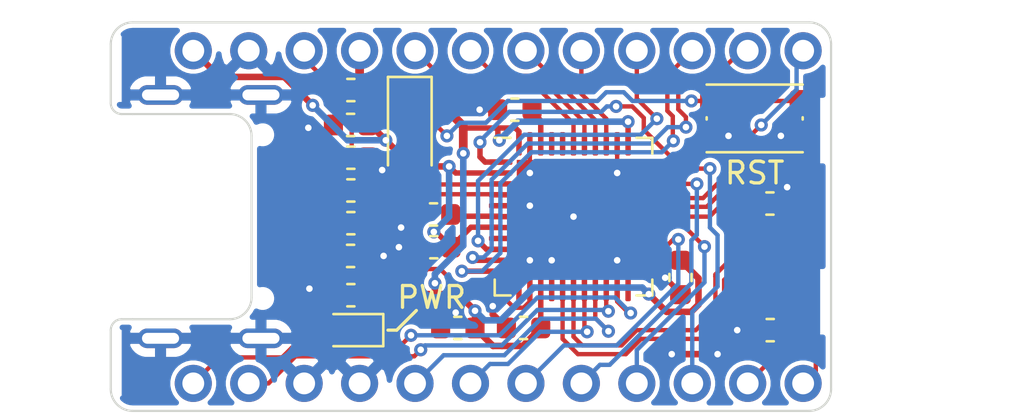
<source format=kicad_pcb>
(kicad_pcb (version 20171130) (host pcbnew 5.1.6-c6e7f7d~87~ubuntu20.04.1)

  (general
    (thickness 1.6)
    (drawings 43)
    (tracks 434)
    (zones 0)
    (modules 23)
    (nets 35)
  )

  (page A4)
  (title_block
    (rev 0)
    (company "Josh Johnson")
  )

  (layers
    (0 F.Cu signal)
    (31 B.Cu signal)
    (32 B.Adhes user)
    (33 F.Adhes user)
    (34 B.Paste user)
    (35 F.Paste user)
    (36 B.SilkS user)
    (37 F.SilkS user)
    (38 B.Mask user)
    (39 F.Mask user)
    (40 Dwgs.User user)
    (41 Cmts.User user)
    (42 Eco1.User user)
    (43 Eco2.User user)
    (44 Edge.Cuts user)
    (45 Margin user)
    (46 B.CrtYd user)
    (47 F.CrtYd user)
    (48 B.Fab user hide)
    (49 F.Fab user hide)
  )

  (setup
    (last_trace_width 0.2)
    (user_trace_width 0.2)
    (user_trace_width 0.25)
    (user_trace_width 0.3)
    (user_trace_width 0.4)
    (trace_clearance 0.2)
    (zone_clearance 0.2)
    (zone_45_only no)
    (trace_min 0.2)
    (via_size 0.6)
    (via_drill 0.3)
    (via_min_size 0.6)
    (via_min_drill 0.25)
    (user_via 0.6 0.3)
    (uvia_size 0.3)
    (uvia_drill 0.1)
    (uvias_allowed no)
    (uvia_min_size 0.2)
    (uvia_min_drill 0.1)
    (edge_width 0.1)
    (segment_width 0.2)
    (pcb_text_width 0.3)
    (pcb_text_size 1.5 1.5)
    (mod_edge_width 0.15)
    (mod_text_size 1 1)
    (mod_text_width 0.15)
    (pad_size 1.524 1.524)
    (pad_drill 0.762)
    (pad_to_mask_clearance 0)
    (aux_axis_origin 117.3 107.8)
    (grid_origin 117.3 107.8)
    (visible_elements 7FFFFFFF)
    (pcbplotparams
      (layerselection 0x010fc_ffffffff)
      (usegerberextensions false)
      (usegerberattributes false)
      (usegerberadvancedattributes false)
      (creategerberjobfile false)
      (excludeedgelayer true)
      (linewidth 0.100000)
      (plotframeref false)
      (viasonmask false)
      (mode 1)
      (useauxorigin false)
      (hpglpennumber 1)
      (hpglpenspeed 20)
      (hpglpendiameter 15.000000)
      (psnegative false)
      (psa4output false)
      (plotreference true)
      (plotvalue true)
      (plotinvisibletext false)
      (padsonsilk false)
      (subtractmaskfromsilk false)
      (outputformat 1)
      (mirror false)
      (drillshape 1)
      (scaleselection 1)
      (outputdirectory ""))
  )

  (net 0 "")
  (net 1 GND)
  (net 2 "Net-(C1-Pad1)")
  (net 3 "Net-(C2-Pad1)")
  (net 4 "Net-(C3-Pad1)")
  (net 5 "Net-(C4-Pad1)")
  (net 6 +5V)
  (net 7 VBUS)
  (net 8 "Net-(D2-Pad2)")
  (net 9 "Net-(F1-Pad2)")
  (net 10 "Net-(J1-PadA5)")
  (net 11 "Net-(J1-PadB5)")
  (net 12 /nRST)
  (net 13 /USB_D+)
  (net 14 /USB_D-)
  (net 15 /PD3)
  (net 16 /PD2)
  (net 17 /PD1)
  (net 18 /PD0)
  (net 19 /PD4)
  (net 20 /PC6)
  (net 21 /PD7)
  (net 22 /PE6)
  (net 23 /PB4)
  (net 24 /PB5)
  (net 25 /PB6)
  (net 26 /PB2)
  (net 27 /PB3)
  (net 28 /PB1)
  (net 29 /PF7)
  (net 30 /PF6)
  (net 31 /PF5)
  (net 32 /PF4)
  (net 33 /D+)
  (net 34 /D-)

  (net_class Default "This is the default net class."
    (clearance 0.2)
    (trace_width 0.2)
    (via_dia 0.6)
    (via_drill 0.3)
    (uvia_dia 0.3)
    (uvia_drill 0.1)
    (add_net /D+)
    (add_net /D-)
    (add_net /PB1)
    (add_net /PB2)
    (add_net /PB3)
    (add_net /PB4)
    (add_net /PB5)
    (add_net /PB6)
    (add_net /PC6)
    (add_net /PD0)
    (add_net /PD1)
    (add_net /PD2)
    (add_net /PD3)
    (add_net /PD4)
    (add_net /PD7)
    (add_net /PE6)
    (add_net /PF4)
    (add_net /PF5)
    (add_net /PF6)
    (add_net /PF7)
    (add_net /USB_D+)
    (add_net /USB_D-)
    (add_net /nRST)
    (add_net "Net-(C1-Pad1)")
    (add_net "Net-(C2-Pad1)")
    (add_net "Net-(C3-Pad1)")
    (add_net "Net-(C4-Pad1)")
    (add_net "Net-(D2-Pad2)")
    (add_net "Net-(F1-Pad2)")
    (add_net "Net-(J1-PadA5)")
    (add_net "Net-(J1-PadB5)")
  )

  (net_class Power ""
    (clearance 0.2)
    (trace_width 0.25)
    (via_dia 0.6)
    (via_drill 0.3)
    (uvia_dia 0.3)
    (uvia_drill 0.1)
    (add_net +5V)
    (add_net GND)
    (add_net VBUS)
  )

  (module josh-connectors:USB_C_TYPE-C-31-M-14 (layer F.Cu) (tedit 5FD325D2) (tstamp 5FD46EEF)
    (at 122.6 98.9 270)
    (descr "USB C Type-C Receptacle SMD sunk into PCB")
    (path /5E15339C)
    (fp_text reference J1 (at 0 -5.35 90) (layer F.SilkS) hide
      (effects (font (size 1 1) (thickness 0.15)))
    )
    (fp_text value USB_C_Receptacle_USB2.0 (at 0 6 90) (layer F.Fab)
      (effects (font (size 1 1) (thickness 0.15)))
    )
    (fp_line (start -6.2 -3.9) (end 6.2 -3.9) (layer F.Fab) (width 0.12))
    (fp_line (start -6.2 -3.9) (end -6.2 4.9) (layer F.Fab) (width 0.12))
    (fp_line (start -6.5 -4.1) (end 6.5 -4.1) (layer F.CrtYd) (width 0.12))
    (fp_line (start 6.5 -4.1) (end 6.5 5.15) (layer F.CrtYd) (width 0.12))
    (fp_line (start -6.5 -4.1) (end -6.5 5.15) (layer F.CrtYd) (width 0.12))
    (fp_line (start -6.5 5.15) (end 6.5 5.15) (layer F.CrtYd) (width 0.12))
    (fp_line (start 4.7 4.3) (end 4.7 -0.15) (layer Edge.Cuts) (width 0.1))
    (fp_line (start -4.7 4.3) (end -4.7 -0.15) (layer Edge.Cuts) (width 0.1))
    (fp_line (start -3.7 -1.15) (end 3.7 -1.15) (layer Edge.Cuts) (width 0.1))
    (fp_line (start 6.2 4.9) (end 6.2 -3.9) (layer F.Fab) (width 0.12))
    (fp_line (start 6.2 4.9) (end -6.2 4.9) (layer F.Fab) (width 0.12))
    (fp_arc (start -3.7 -0.15) (end -4.7 -0.15) (angle 90) (layer Edge.Cuts) (width 0.1))
    (fp_arc (start 3.7 -0.15) (end 4.7 -0.15) (angle -90) (layer Edge.Cuts) (width 0.1))
    (fp_text user REF* (at 0 0 90) (layer F.Fab)
      (effects (font (size 1 1) (thickness 0.1)))
    )
    (pad "" smd oval (at -5.675 3.02 270) (size 1.2 2.4) (layers F.Paste))
    (pad "" smd oval (at 5.675 3.02 270) (size 1.2 2.4) (layers F.Paste))
    (pad "" smd oval (at 5.675 -1.58 270) (size 1.2 2.4) (layers F.Paste))
    (pad "" smd oval (at -5.675 -1.58 270) (size 1.2 2.4) (layers F.Paste))
    (pad S1 thru_hole oval (at 5.575 3.02 270) (size 0.9 2.1) (drill oval 0.5 1.7) (layers *.Cu *.Mask F.Paste)
      (net 1 GND))
    (pad S1 thru_hole oval (at -5.575 3.02 270) (size 0.9 2.1) (drill oval 0.5 1.7) (layers *.Cu *.Mask F.Paste)
      (net 1 GND))
    (pad A12 smd rect (at 3.3 -2.86 270) (size 0.6 1.1) (layers F.Cu F.Paste F.Mask)
      (net 1 GND) (clearance 0.01))
    (pad B1 smd rect (at 3.3 -2.86 270) (size 0.6 1.1) (layers F.Cu F.Paste F.Mask)
      (net 1 GND) (clearance 0.01))
    (pad B4 smd rect (at 2.45 -2.86 270) (size 0.6 1.1) (layers F.Cu F.Paste F.Mask)
      (net 9 "Net-(F1-Pad2)") (clearance 0.01))
    (pad A9 smd rect (at 2.45 -2.86 270) (size 0.6 1.1) (layers F.Cu F.Paste F.Mask)
      (net 9 "Net-(F1-Pad2)") (clearance 0.01))
    (pad B9 smd rect (at -2.45 -2.86 270) (size 0.6 1.1) (layers F.Cu F.Paste F.Mask)
      (net 9 "Net-(F1-Pad2)") (clearance 0.01))
    (pad A4 smd rect (at -2.45 -2.86 270) (size 0.6 1.1) (layers F.Cu F.Paste F.Mask)
      (net 9 "Net-(F1-Pad2)") (clearance 0.01))
    (pad B12 smd rect (at -3.3 -2.86 270) (size 0.6 1.1) (layers F.Cu F.Paste F.Mask)
      (net 1 GND) (clearance 0.01))
    (pad A1 smd rect (at -3.3 -2.86 270) (size 0.6 1.1) (layers F.Cu F.Paste F.Mask)
      (net 1 GND) (clearance 0.01))
    (pad A6 smd rect (at -0.25 -2.86 270) (size 0.3 1.1) (layers F.Cu F.Paste F.Mask)
      (net 13 /USB_D+))
    (pad A5 smd rect (at -1.25 -2.86 270) (size 0.3 1.1) (layers F.Cu F.Paste F.Mask)
      (net 10 "Net-(J1-PadA5)"))
    (pad B8 smd rect (at -1.75 -2.86 270) (size 0.3 1.1) (layers F.Cu F.Paste F.Mask))
    (pad B7 smd rect (at -0.75 -2.86 270) (size 0.3 1.1) (layers F.Cu F.Paste F.Mask)
      (net 14 /USB_D-))
    (pad B5 smd rect (at 1.75 -2.86 270) (size 0.3 1.1) (layers F.Cu F.Paste F.Mask)
      (net 11 "Net-(J1-PadB5)"))
    (pad A8 smd rect (at 1.25 -2.86 270) (size 0.3 1.1) (layers F.Cu F.Paste F.Mask))
    (pad B6 smd rect (at 0.75 -2.86 270) (size 0.3 1.1) (layers F.Cu F.Paste F.Mask)
      (net 13 /USB_D+))
    (pad A7 smd rect (at 0.25 -2.86 270) (size 0.3 1.1) (layers F.Cu F.Paste F.Mask)
      (net 14 /USB_D-))
    (pad "" np_thru_hole circle (at 3.75 -1.66 270) (size 0.65 0.65) (drill 0.65) (layers *.Cu *.Mask)
      (clearance 0.01))
    (pad "" np_thru_hole circle (at -3.75 -1.66 270) (size 0.65 0.65) (drill 0.65) (layers *.Cu *.Mask)
      (clearance 0.01))
    (pad S1 thru_hole oval (at 5.575 -1.58 270) (size 0.9 2.1) (drill oval 0.5 1.7) (layers *.Cu *.Mask F.Paste)
      (net 1 GND))
    (pad S1 thru_hole oval (at -5.575 -1.58 270) (size 0.9 2.1) (drill oval 0.5 1.7) (layers *.Cu *.Mask)
      (net 1 GND))
    (model ${KIPRJMOD}/../../josh-kicad-lib/packages3d/josh-connectors/TYPE-C-31-M-14.step
      (offset (xyz 0.03 1 0.3))
      (scale (xyz 1 1 1))
      (rotate (xyz -90 0 0))
    )
  )

  (module josh-oscillators:Crystal_SMD_3225-4Pin_3.2x2.5mm (layer F.Cu) (tedit 5FD31F1D) (tstamp 5FD4A0AF)
    (at 147.3 101.2 270)
    (descr "SMD Crystal SERIES SMD3225/4 http://www.txccrystal.com/images/pdf/7m-accuracy.pdf, 3.2x2.5mm^2 package")
    (tags "SMD SMT crystal reduced paste")
    (path /5E17D253)
    (attr smd)
    (fp_text reference Y1 (at 0 -2.45 90) (layer F.SilkS) hide
      (effects (font (size 1 1) (thickness 0.15)))
    )
    (fp_text value 16MHz (at 0 2.45 90) (layer F.Fab)
      (effects (font (size 1 1) (thickness 0.15)))
    )
    (fp_line (start 2.1 -1.7) (end -2.1 -1.7) (layer F.CrtYd) (width 0.05))
    (fp_line (start 2.1 1.7) (end 2.1 -1.7) (layer F.CrtYd) (width 0.05))
    (fp_line (start -2.1 1.7) (end 2.1 1.7) (layer F.CrtYd) (width 0.05))
    (fp_line (start -2.1 -1.7) (end -2.1 1.7) (layer F.CrtYd) (width 0.05))
    (fp_line (start -1.6 0.25) (end -0.6 1.25) (layer F.Fab) (width 0.1))
    (fp_line (start 1.6 -1.25) (end -1.6 -1.25) (layer F.Fab) (width 0.1))
    (fp_line (start 1.6 1.25) (end 1.6 -1.25) (layer F.Fab) (width 0.1))
    (fp_line (start -1.6 1.25) (end 1.6 1.25) (layer F.Fab) (width 0.1))
    (fp_line (start -1.6 -1.25) (end -1.6 1.25) (layer F.Fab) (width 0.1))
    (fp_text user %R (at 0 0 90) (layer F.Fab) hide
      (effects (font (size 0.7 0.7) (thickness 0.105)))
    )
    (pad 4 smd roundrect (at -1.1 -0.85 270) (size 1.4 1.2) (layers F.Cu F.Paste F.Mask) (roundrect_rratio 0.25)
      (net 1 GND) (solder_paste_margin_ratio -0.05))
    (pad 3 smd roundrect (at 1.1 -0.85 270) (size 1.4 1.2) (layers F.Cu F.Paste F.Mask) (roundrect_rratio 0.25)
      (net 3 "Net-(C2-Pad1)") (solder_paste_margin_ratio -0.05))
    (pad 2 smd roundrect (at 1.1 0.85 270) (size 1.4 1.2) (layers F.Cu F.Paste F.Mask) (roundrect_rratio 0.25)
      (net 1 GND) (solder_paste_margin_ratio -0.05))
    (pad 1 smd roundrect (at -1.1 0.85 270) (size 1.4 1.2) (layers F.Cu F.Paste F.Mask) (roundrect_rratio 0.25)
      (net 2 "Net-(C1-Pad1)") (solder_paste_margin_ratio -0.05))
    (model ${KISYS3DMOD}/Crystal.3dshapes/Crystal_SMD_3225-4Pin_3.2x2.5mm.wrl
      (at (xyz 0 0 0))
      (scale (xyz 1 1 1))
      (rotate (xyz 0 0 0))
    )
  )

  (module josh-passives-smt:D_SOD-123F (layer F.Cu) (tedit 5FD31E45) (tstamp 5FD3C469)
    (at 131 94.9 270)
    (descr D_SOD-123F)
    (tags D_SOD-123F)
    (path /5E15B762)
    (attr smd)
    (fp_text reference D1 (at -0.127 -1.905 90) (layer F.SilkS) hide
      (effects (font (size 1 1) (thickness 0.15)))
    )
    (fp_text value D_Schottky (at 0 2.1 90) (layer F.Fab)
      (effects (font (size 1 1) (thickness 0.15)))
    )
    (fp_line (start -2.4 -1) (end -2.4 1) (layer F.SilkS) (width 0.12))
    (fp_line (start 0.25 0) (end 0.75 0) (layer F.Fab) (width 0.1))
    (fp_line (start 0.25 0.4) (end -0.35 0) (layer F.Fab) (width 0.1))
    (fp_line (start 0.25 -0.4) (end 0.25 0.4) (layer F.Fab) (width 0.1))
    (fp_line (start -0.35 0) (end 0.25 -0.4) (layer F.Fab) (width 0.1))
    (fp_line (start -0.35 0) (end -0.35 0.55) (layer F.Fab) (width 0.1))
    (fp_line (start -0.35 0) (end -0.35 -0.55) (layer F.Fab) (width 0.1))
    (fp_line (start -0.75 0) (end -0.35 0) (layer F.Fab) (width 0.1))
    (fp_line (start -1.4 0.9) (end -1.4 -0.9) (layer F.Fab) (width 0.1))
    (fp_line (start 1.4 0.9) (end -1.4 0.9) (layer F.Fab) (width 0.1))
    (fp_line (start 1.4 -0.9) (end 1.4 0.9) (layer F.Fab) (width 0.1))
    (fp_line (start -1.4 -0.9) (end 1.4 -0.9) (layer F.Fab) (width 0.1))
    (fp_line (start -2.5 -1.15) (end 2.3 -1.15) (layer F.CrtYd) (width 0.05))
    (fp_line (start 2.3 -1.15) (end 2.3 1.15) (layer F.CrtYd) (width 0.05))
    (fp_line (start 2.3 1.15) (end -2.5 1.15) (layer F.CrtYd) (width 0.05))
    (fp_line (start -2.5 -1.15) (end -2.5 1.15) (layer F.CrtYd) (width 0.05))
    (fp_line (start -2.4 1) (end 1.65 1) (layer F.SilkS) (width 0.12))
    (fp_line (start -2.4 -1) (end 1.65 -1) (layer F.SilkS) (width 0.12))
    (fp_text user %R (at -0.127 -1.905 90) (layer F.Fab) hide
      (effects (font (size 1 1) (thickness 0.15)))
    )
    (pad 2 smd roundrect (at 1.6 0 270) (size 1.2 1.2) (layers F.Cu F.Paste F.Mask) (roundrect_rratio 0.25)
      (net 7 VBUS))
    (pad 1 smd roundrect (at -1.6 0 270) (size 1.2 1.2) (layers F.Cu F.Paste F.Mask) (roundrect_rratio 0.25)
      (net 6 +5V))
    (model ${KISYS3DMOD}/Diode_SMD.3dshapes/D_SOD-123F.wrl
      (at (xyz 0 0 0))
      (scale (xyz 1 1 1))
      (rotate (xyz 0 0 0))
    )
  )

  (module josh-buttons-switches:SW_Push_KMR2 (layer F.Cu) (tedit 5FD318CA) (tstamp 5FD4C48C)
    (at 146.8 94.4 180)
    (descr "CK components KMR2 tactile switch http://www.ckswitches.com/media/1479/kmr2.pdf")
    (tags "tactile switch kmr2")
    (path /5FD39CC7)
    (attr smd)
    (fp_text reference SW1 (at 0 -2.45) (layer F.SilkS) hide
      (effects (font (size 1 1) (thickness 0.15)))
    )
    (fp_text value KMR2 (at 0 2.55) (layer F.Fab)
      (effects (font (size 1 1) (thickness 0.15)))
    )
    (fp_line (start -2.1 -1.4) (end 2.1 -1.4) (layer F.Fab) (width 0.1))
    (fp_line (start 2.1 -1.4) (end 2.1 1.4) (layer F.Fab) (width 0.1))
    (fp_line (start 2.1 1.4) (end -2.1 1.4) (layer F.Fab) (width 0.1))
    (fp_line (start -2.1 1.4) (end -2.1 -1.4) (layer F.Fab) (width 0.1))
    (fp_line (start 2.2 0.05) (end 2.2 -0.05) (layer F.SilkS) (width 0.12))
    (fp_line (start -2.8 -1.8) (end 2.8 -1.8) (layer F.CrtYd) (width 0.05))
    (fp_line (start 2.8 -1.8) (end 2.8 1.8) (layer F.CrtYd) (width 0.05))
    (fp_line (start 2.8 1.8) (end -2.8 1.8) (layer F.CrtYd) (width 0.05))
    (fp_line (start -2.8 1.8) (end -2.8 -1.8) (layer F.CrtYd) (width 0.05))
    (fp_circle (center 0 0) (end 0 0.8) (layer F.Fab) (width 0.1))
    (fp_line (start -2.2 1.55) (end 2.2 1.55) (layer F.SilkS) (width 0.12))
    (fp_line (start 2.2 -1.55) (end -2.2 -1.55) (layer F.SilkS) (width 0.12))
    (fp_line (start -2.2 0.05) (end -2.2 -0.05) (layer F.SilkS) (width 0.12))
    (fp_text user %R (at 0 -2.45) (layer F.Fab) hide
      (effects (font (size 1 1) (thickness 0.15)))
    )
    (pad 2 smd roundrect (at 2.05 0.8 180) (size 0.9 1) (layers F.Cu F.Paste F.Mask) (roundrect_rratio 0.25)
      (net 12 /nRST))
    (pad 1 smd roundrect (at 2.05 -0.8 180) (size 0.9 1) (layers F.Cu F.Paste F.Mask) (roundrect_rratio 0.25)
      (net 1 GND))
    (pad 2 smd roundrect (at -2.05 0.8 180) (size 0.9 1) (layers F.Cu F.Paste F.Mask) (roundrect_rratio 0.25)
      (net 12 /nRST))
    (pad 1 smd roundrect (at -2.05 -0.8 180) (size 0.9 1) (layers F.Cu F.Paste F.Mask) (roundrect_rratio 0.25)
      (net 1 GND))
    (model ${KIPRJMOD}/../../josh-kicad-lib/packages3d/josh-buttons-switches/CK-KMR2.STEP
      (at (xyz 0 0 0))
      (scale (xyz 1 1 1))
      (rotate (xyz 0 0 0))
    )
  )

  (module LED_SMD:LED_0603_1608Metric (layer F.Cu) (tedit 5B301BBE) (tstamp 5FD47074)
    (at 128.3 104.1 180)
    (descr "LED SMD 0603 (1608 Metric), square (rectangular) end terminal, IPC_7351 nominal, (Body size source: http://www.tortai-tech.com/upload/download/2011102023233369053.pdf), generated with kicad-footprint-generator")
    (tags diode)
    (path /5E358788)
    (attr smd)
    (fp_text reference D2 (at 0 -1.43) (layer F.SilkS) hide
      (effects (font (size 1 1) (thickness 0.15)))
    )
    (fp_text value LED (at 0 1.43) (layer F.Fab)
      (effects (font (size 1 1) (thickness 0.15)))
    )
    (fp_line (start 1.48 0.73) (end -1.48 0.73) (layer F.CrtYd) (width 0.05))
    (fp_line (start 1.48 -0.73) (end 1.48 0.73) (layer F.CrtYd) (width 0.05))
    (fp_line (start -1.48 -0.73) (end 1.48 -0.73) (layer F.CrtYd) (width 0.05))
    (fp_line (start -1.48 0.73) (end -1.48 -0.73) (layer F.CrtYd) (width 0.05))
    (fp_line (start -1.485 0.735) (end 0.8 0.735) (layer F.SilkS) (width 0.12))
    (fp_line (start -1.485 -0.735) (end -1.485 0.735) (layer F.SilkS) (width 0.12))
    (fp_line (start 0.8 -0.735) (end -1.485 -0.735) (layer F.SilkS) (width 0.12))
    (fp_line (start 0.8 0.4) (end 0.8 -0.4) (layer F.Fab) (width 0.1))
    (fp_line (start -0.8 0.4) (end 0.8 0.4) (layer F.Fab) (width 0.1))
    (fp_line (start -0.8 -0.1) (end -0.8 0.4) (layer F.Fab) (width 0.1))
    (fp_line (start -0.5 -0.4) (end -0.8 -0.1) (layer F.Fab) (width 0.1))
    (fp_line (start 0.8 -0.4) (end -0.5 -0.4) (layer F.Fab) (width 0.1))
    (fp_text user %R (at 0 0) (layer F.Fab) hide
      (effects (font (size 0.4 0.4) (thickness 0.06)))
    )
    (pad 1 smd roundrect (at -0.7875 0 180) (size 0.875 0.95) (layers F.Cu F.Paste F.Mask) (roundrect_rratio 0.25)
      (net 1 GND))
    (pad 2 smd roundrect (at 0.7875 0 180) (size 0.875 0.95) (layers F.Cu F.Paste F.Mask) (roundrect_rratio 0.25)
      (net 8 "Net-(D2-Pad2)"))
    (model ${KISYS3DMOD}/LED_SMD.3dshapes/LED_0603_1608Metric.wrl
      (at (xyz 0 0 0))
      (scale (xyz 1 1 1))
      (rotate (xyz 0 0 0))
    )
  )

  (module Package_DFN_QFN:QFN-44-1EP_7x7mm_P0.5mm_EP5.2x5.2mm (layer F.Cu) (tedit 5DC5F6A5) (tstamp 5FD3D0D8)
    (at 138.5 98.9)
    (descr "QFN, 44 Pin (http://ww1.microchip.com/downloads/en/DeviceDoc/2512S.pdf#page=17), generated with kicad-footprint-generator ipc_noLead_generator.py")
    (tags "QFN NoLead")
    (path /5E152258)
    (attr smd)
    (fp_text reference U1 (at 0 -4.82) (layer F.SilkS) hide
      (effects (font (size 1 1) (thickness 0.15)))
    )
    (fp_text value ATmega32U4-MU (at 0 4.82) (layer F.Fab)
      (effects (font (size 1 1) (thickness 0.15)))
    )
    (fp_line (start 2.885 -3.61) (end 3.61 -3.61) (layer F.SilkS) (width 0.12))
    (fp_line (start 3.61 -3.61) (end 3.61 -2.885) (layer F.SilkS) (width 0.12))
    (fp_line (start -2.885 3.61) (end -3.61 3.61) (layer F.SilkS) (width 0.12))
    (fp_line (start -3.61 3.61) (end -3.61 2.885) (layer F.SilkS) (width 0.12))
    (fp_line (start 2.885 3.61) (end 3.61 3.61) (layer F.SilkS) (width 0.12))
    (fp_line (start 3.61 3.61) (end 3.61 2.885) (layer F.SilkS) (width 0.12))
    (fp_line (start -2.885 -3.61) (end -3.61 -3.61) (layer F.SilkS) (width 0.12))
    (fp_line (start -2.5 -3.5) (end 3.5 -3.5) (layer F.Fab) (width 0.1))
    (fp_line (start 3.5 -3.5) (end 3.5 3.5) (layer F.Fab) (width 0.1))
    (fp_line (start 3.5 3.5) (end -3.5 3.5) (layer F.Fab) (width 0.1))
    (fp_line (start -3.5 3.5) (end -3.5 -2.5) (layer F.Fab) (width 0.1))
    (fp_line (start -3.5 -2.5) (end -2.5 -3.5) (layer F.Fab) (width 0.1))
    (fp_line (start -4.12 -4.12) (end -4.12 4.12) (layer F.CrtYd) (width 0.05))
    (fp_line (start -4.12 4.12) (end 4.12 4.12) (layer F.CrtYd) (width 0.05))
    (fp_line (start 4.12 4.12) (end 4.12 -4.12) (layer F.CrtYd) (width 0.05))
    (fp_line (start 4.12 -4.12) (end -4.12 -4.12) (layer F.CrtYd) (width 0.05))
    (fp_text user %R (at 0 0) (layer F.Fab) hide
      (effects (font (size 1 1) (thickness 0.15)))
    )
    (pad "" smd roundrect (at 1.95 1.95) (size 1.05 1.05) (layers F.Paste) (roundrect_rratio 0.238095))
    (pad "" smd roundrect (at 1.95 0.65) (size 1.05 1.05) (layers F.Paste) (roundrect_rratio 0.238095))
    (pad "" smd roundrect (at 1.95 -0.65) (size 1.05 1.05) (layers F.Paste) (roundrect_rratio 0.238095))
    (pad "" smd roundrect (at 1.95 -1.95) (size 1.05 1.05) (layers F.Paste) (roundrect_rratio 0.238095))
    (pad "" smd roundrect (at 0.65 1.95) (size 1.05 1.05) (layers F.Paste) (roundrect_rratio 0.238095))
    (pad "" smd roundrect (at 0.65 0.65) (size 1.05 1.05) (layers F.Paste) (roundrect_rratio 0.238095))
    (pad "" smd roundrect (at 0.65 -0.65) (size 1.05 1.05) (layers F.Paste) (roundrect_rratio 0.238095))
    (pad "" smd roundrect (at 0.65 -1.95) (size 1.05 1.05) (layers F.Paste) (roundrect_rratio 0.238095))
    (pad "" smd roundrect (at -0.65 1.95) (size 1.05 1.05) (layers F.Paste) (roundrect_rratio 0.238095))
    (pad "" smd roundrect (at -0.65 0.65) (size 1.05 1.05) (layers F.Paste) (roundrect_rratio 0.238095))
    (pad "" smd roundrect (at -0.65 -0.65) (size 1.05 1.05) (layers F.Paste) (roundrect_rratio 0.238095))
    (pad "" smd roundrect (at -0.65 -1.95) (size 1.05 1.05) (layers F.Paste) (roundrect_rratio 0.238095))
    (pad "" smd roundrect (at -1.95 1.95) (size 1.05 1.05) (layers F.Paste) (roundrect_rratio 0.238095))
    (pad "" smd roundrect (at -1.95 0.65) (size 1.05 1.05) (layers F.Paste) (roundrect_rratio 0.238095))
    (pad "" smd roundrect (at -1.95 -0.65) (size 1.05 1.05) (layers F.Paste) (roundrect_rratio 0.238095))
    (pad "" smd roundrect (at -1.95 -1.95) (size 1.05 1.05) (layers F.Paste) (roundrect_rratio 0.238095))
    (pad 45 smd rect (at 0 0) (size 5.2 5.2) (layers F.Cu F.Mask)
      (net 1 GND))
    (pad 44 smd roundrect (at -2.5 -3.3375) (size 0.25 1.075) (layers F.Cu F.Paste F.Mask) (roundrect_rratio 0.25)
      (net 6 +5V))
    (pad 43 smd roundrect (at -2 -3.3375) (size 0.25 1.075) (layers F.Cu F.Paste F.Mask) (roundrect_rratio 0.25)
      (net 1 GND))
    (pad 42 smd roundrect (at -1.5 -3.3375) (size 0.25 1.075) (layers F.Cu F.Paste F.Mask) (roundrect_rratio 0.25)
      (net 4 "Net-(C3-Pad1)"))
    (pad 41 smd roundrect (at -1 -3.3375) (size 0.25 1.075) (layers F.Cu F.Paste F.Mask) (roundrect_rratio 0.25))
    (pad 40 smd roundrect (at -0.5 -3.3375) (size 0.25 1.075) (layers F.Cu F.Paste F.Mask) (roundrect_rratio 0.25))
    (pad 39 smd roundrect (at 0 -3.3375) (size 0.25 1.075) (layers F.Cu F.Paste F.Mask) (roundrect_rratio 0.25)
      (net 32 /PF4))
    (pad 38 smd roundrect (at 0.5 -3.3375) (size 0.25 1.075) (layers F.Cu F.Paste F.Mask) (roundrect_rratio 0.25)
      (net 31 /PF5))
    (pad 37 smd roundrect (at 1 -3.3375) (size 0.25 1.075) (layers F.Cu F.Paste F.Mask) (roundrect_rratio 0.25)
      (net 30 /PF6))
    (pad 36 smd roundrect (at 1.5 -3.3375) (size 0.25 1.075) (layers F.Cu F.Paste F.Mask) (roundrect_rratio 0.25)
      (net 29 /PF7))
    (pad 35 smd roundrect (at 2 -3.3375) (size 0.25 1.075) (layers F.Cu F.Paste F.Mask) (roundrect_rratio 0.25)
      (net 1 GND))
    (pad 34 smd roundrect (at 2.5 -3.3375) (size 0.25 1.075) (layers F.Cu F.Paste F.Mask) (roundrect_rratio 0.25)
      (net 6 +5V))
    (pad 33 smd roundrect (at 3.3375 -2.5) (size 1.075 0.25) (layers F.Cu F.Paste F.Mask) (roundrect_rratio 0.25)
      (net 1 GND))
    (pad 32 smd roundrect (at 3.3375 -2) (size 1.075 0.25) (layers F.Cu F.Paste F.Mask) (roundrect_rratio 0.25))
    (pad 31 smd roundrect (at 3.3375 -1.5) (size 1.075 0.25) (layers F.Cu F.Paste F.Mask) (roundrect_rratio 0.25)
      (net 20 /PC6))
    (pad 30 smd roundrect (at 3.3375 -1) (size 1.075 0.25) (layers F.Cu F.Paste F.Mask) (roundrect_rratio 0.25)
      (net 25 /PB6))
    (pad 29 smd roundrect (at 3.3375 -0.5) (size 1.075 0.25) (layers F.Cu F.Paste F.Mask) (roundrect_rratio 0.25)
      (net 24 /PB5))
    (pad 28 smd roundrect (at 3.3375 0) (size 1.075 0.25) (layers F.Cu F.Paste F.Mask) (roundrect_rratio 0.25)
      (net 23 /PB4))
    (pad 27 smd roundrect (at 3.3375 0.5) (size 1.075 0.25) (layers F.Cu F.Paste F.Mask) (roundrect_rratio 0.25)
      (net 21 /PD7))
    (pad 26 smd roundrect (at 3.3375 1) (size 1.075 0.25) (layers F.Cu F.Paste F.Mask) (roundrect_rratio 0.25))
    (pad 25 smd roundrect (at 3.3375 1.5) (size 1.075 0.25) (layers F.Cu F.Paste F.Mask) (roundrect_rratio 0.25)
      (net 19 /PD4))
    (pad 24 smd roundrect (at 3.3375 2) (size 1.075 0.25) (layers F.Cu F.Paste F.Mask) (roundrect_rratio 0.25)
      (net 6 +5V))
    (pad 23 smd roundrect (at 3.3375 2.5) (size 1.075 0.25) (layers F.Cu F.Paste F.Mask) (roundrect_rratio 0.25)
      (net 1 GND))
    (pad 22 smd roundrect (at 2.5 3.3375) (size 0.25 1.075) (layers F.Cu F.Paste F.Mask) (roundrect_rratio 0.25))
    (pad 21 smd roundrect (at 2 3.3375) (size 0.25 1.075) (layers F.Cu F.Paste F.Mask) (roundrect_rratio 0.25)
      (net 15 /PD3))
    (pad 20 smd roundrect (at 1.5 3.3375) (size 0.25 1.075) (layers F.Cu F.Paste F.Mask) (roundrect_rratio 0.25)
      (net 16 /PD2))
    (pad 19 smd roundrect (at 1 3.3375) (size 0.25 1.075) (layers F.Cu F.Paste F.Mask) (roundrect_rratio 0.25)
      (net 17 /PD1))
    (pad 18 smd roundrect (at 0.5 3.3375) (size 0.25 1.075) (layers F.Cu F.Paste F.Mask) (roundrect_rratio 0.25)
      (net 18 /PD0))
    (pad 17 smd roundrect (at 0 3.3375) (size 0.25 1.075) (layers F.Cu F.Paste F.Mask) (roundrect_rratio 0.25)
      (net 2 "Net-(C1-Pad1)"))
    (pad 16 smd roundrect (at -0.5 3.3375) (size 0.25 1.075) (layers F.Cu F.Paste F.Mask) (roundrect_rratio 0.25)
      (net 3 "Net-(C2-Pad1)"))
    (pad 15 smd roundrect (at -1 3.3375) (size 0.25 1.075) (layers F.Cu F.Paste F.Mask) (roundrect_rratio 0.25)
      (net 1 GND))
    (pad 14 smd roundrect (at -1.5 3.3375) (size 0.25 1.075) (layers F.Cu F.Paste F.Mask) (roundrect_rratio 0.25)
      (net 6 +5V))
    (pad 13 smd roundrect (at -2 3.3375) (size 0.25 1.075) (layers F.Cu F.Paste F.Mask) (roundrect_rratio 0.25)
      (net 12 /nRST))
    (pad 12 smd roundrect (at -2.5 3.3375) (size 0.25 1.075) (layers F.Cu F.Paste F.Mask) (roundrect_rratio 0.25))
    (pad 11 smd roundrect (at -3.3375 2.5) (size 1.075 0.25) (layers F.Cu F.Paste F.Mask) (roundrect_rratio 0.25)
      (net 27 /PB3))
    (pad 10 smd roundrect (at -3.3375 2) (size 1.075 0.25) (layers F.Cu F.Paste F.Mask) (roundrect_rratio 0.25)
      (net 26 /PB2))
    (pad 9 smd roundrect (at -3.3375 1.5) (size 1.075 0.25) (layers F.Cu F.Paste F.Mask) (roundrect_rratio 0.25)
      (net 28 /PB1))
    (pad 8 smd roundrect (at -3.3375 1) (size 1.075 0.25) (layers F.Cu F.Paste F.Mask) (roundrect_rratio 0.25))
    (pad 7 smd roundrect (at -3.3375 0.5) (size 1.075 0.25) (layers F.Cu F.Paste F.Mask) (roundrect_rratio 0.25)
      (net 7 VBUS))
    (pad 6 smd roundrect (at -3.3375 0) (size 1.075 0.25) (layers F.Cu F.Paste F.Mask) (roundrect_rratio 0.25)
      (net 5 "Net-(C4-Pad1)"))
    (pad 5 smd roundrect (at -3.3375 -0.5) (size 1.075 0.25) (layers F.Cu F.Paste F.Mask) (roundrect_rratio 0.25)
      (net 1 GND))
    (pad 4 smd roundrect (at -3.3375 -1) (size 1.075 0.25) (layers F.Cu F.Paste F.Mask) (roundrect_rratio 0.25)
      (net 33 /D+))
    (pad 3 smd roundrect (at -3.3375 -1.5) (size 1.075 0.25) (layers F.Cu F.Paste F.Mask) (roundrect_rratio 0.25)
      (net 34 /D-))
    (pad 2 smd roundrect (at -3.3375 -2) (size 1.075 0.25) (layers F.Cu F.Paste F.Mask) (roundrect_rratio 0.25)
      (net 7 VBUS))
    (pad 1 smd roundrect (at -3.3375 -2.5) (size 1.075 0.25) (layers F.Cu F.Paste F.Mask) (roundrect_rratio 0.25)
      (net 22 /PE6))
    (model ${KISYS3DMOD}/Package_DFN_QFN.3dshapes/QFN-44-1EP_7x7mm_P0.5mm_EP5.2x5.2mm.wrl
      (at (xyz 0 0 0))
      (scale (xyz 1 1 1))
      (rotate (xyz 0 0 0))
    )
  )

  (module Resistor_SMD:R_0603_1608Metric (layer F.Cu) (tedit 5B301BBD) (tstamp 5FD46FEE)
    (at 128.3 97.7 180)
    (descr "Resistor SMD 0603 (1608 Metric), square (rectangular) end terminal, IPC_7351 nominal, (Body size source: http://www.tortai-tech.com/upload/download/2011102023233369053.pdf), generated with kicad-footprint-generator")
    (tags resistor)
    (path /5E3BA57F)
    (attr smd)
    (fp_text reference R6 (at 0 -1.43) (layer F.SilkS) hide
      (effects (font (size 1 1) (thickness 0.15)))
    )
    (fp_text value 22R (at 0 1.43) (layer F.Fab)
      (effects (font (size 1 1) (thickness 0.15)))
    )
    (fp_line (start 1.48 0.73) (end -1.48 0.73) (layer F.CrtYd) (width 0.05))
    (fp_line (start 1.48 -0.73) (end 1.48 0.73) (layer F.CrtYd) (width 0.05))
    (fp_line (start -1.48 -0.73) (end 1.48 -0.73) (layer F.CrtYd) (width 0.05))
    (fp_line (start -1.48 0.73) (end -1.48 -0.73) (layer F.CrtYd) (width 0.05))
    (fp_line (start -0.162779 0.51) (end 0.162779 0.51) (layer F.SilkS) (width 0.12))
    (fp_line (start -0.162779 -0.51) (end 0.162779 -0.51) (layer F.SilkS) (width 0.12))
    (fp_line (start 0.8 0.4) (end -0.8 0.4) (layer F.Fab) (width 0.1))
    (fp_line (start 0.8 -0.4) (end 0.8 0.4) (layer F.Fab) (width 0.1))
    (fp_line (start -0.8 -0.4) (end 0.8 -0.4) (layer F.Fab) (width 0.1))
    (fp_line (start -0.8 0.4) (end -0.8 -0.4) (layer F.Fab) (width 0.1))
    (fp_text user %R (at 0 0) (layer F.Fab) hide
      (effects (font (size 0.4 0.4) (thickness 0.06)))
    )
    (pad 1 smd roundrect (at -0.7875 0 180) (size 0.875 0.95) (layers F.Cu F.Paste F.Mask) (roundrect_rratio 0.25)
      (net 34 /D-))
    (pad 2 smd roundrect (at 0.7875 0 180) (size 0.875 0.95) (layers F.Cu F.Paste F.Mask) (roundrect_rratio 0.25)
      (net 14 /USB_D-))
    (model ${KISYS3DMOD}/Resistor_SMD.3dshapes/R_0603_1608Metric.wrl
      (at (xyz 0 0 0))
      (scale (xyz 1 1 1))
      (rotate (xyz 0 0 0))
    )
  )

  (module Resistor_SMD:R_0603_1608Metric (layer F.Cu) (tedit 5B301BBD) (tstamp 5FD47174)
    (at 128.3 99.2 180)
    (descr "Resistor SMD 0603 (1608 Metric), square (rectangular) end terminal, IPC_7351 nominal, (Body size source: http://www.tortai-tech.com/upload/download/2011102023233369053.pdf), generated with kicad-footprint-generator")
    (tags resistor)
    (path /5E3BA579)
    (attr smd)
    (fp_text reference R5 (at 0 -1.43) (layer F.SilkS) hide
      (effects (font (size 1 1) (thickness 0.15)))
    )
    (fp_text value 22R (at 0 1.43) (layer F.Fab)
      (effects (font (size 1 1) (thickness 0.15)))
    )
    (fp_line (start 1.48 0.73) (end -1.48 0.73) (layer F.CrtYd) (width 0.05))
    (fp_line (start 1.48 -0.73) (end 1.48 0.73) (layer F.CrtYd) (width 0.05))
    (fp_line (start -1.48 -0.73) (end 1.48 -0.73) (layer F.CrtYd) (width 0.05))
    (fp_line (start -1.48 0.73) (end -1.48 -0.73) (layer F.CrtYd) (width 0.05))
    (fp_line (start -0.162779 0.51) (end 0.162779 0.51) (layer F.SilkS) (width 0.12))
    (fp_line (start -0.162779 -0.51) (end 0.162779 -0.51) (layer F.SilkS) (width 0.12))
    (fp_line (start 0.8 0.4) (end -0.8 0.4) (layer F.Fab) (width 0.1))
    (fp_line (start 0.8 -0.4) (end 0.8 0.4) (layer F.Fab) (width 0.1))
    (fp_line (start -0.8 -0.4) (end 0.8 -0.4) (layer F.Fab) (width 0.1))
    (fp_line (start -0.8 0.4) (end -0.8 -0.4) (layer F.Fab) (width 0.1))
    (fp_text user %R (at 0 0) (layer F.Fab) hide
      (effects (font (size 0.4 0.4) (thickness 0.06)))
    )
    (pad 1 smd roundrect (at -0.7875 0 180) (size 0.875 0.95) (layers F.Cu F.Paste F.Mask) (roundrect_rratio 0.25)
      (net 33 /D+))
    (pad 2 smd roundrect (at 0.7875 0 180) (size 0.875 0.95) (layers F.Cu F.Paste F.Mask) (roundrect_rratio 0.25)
      (net 13 /USB_D+))
    (model ${KISYS3DMOD}/Resistor_SMD.3dshapes/R_0603_1608Metric.wrl
      (at (xyz 0 0 0))
      (scale (xyz 1 1 1))
      (rotate (xyz 0 0 0))
    )
  )

  (module Resistor_SMD:R_0603_1608Metric (layer F.Cu) (tedit 5B301BBD) (tstamp 5FD470BA)
    (at 128.3 93.1 180)
    (descr "Resistor SMD 0603 (1608 Metric), square (rectangular) end terminal, IPC_7351 nominal, (Body size source: http://www.tortai-tech.com/upload/download/2011102023233369053.pdf), generated with kicad-footprint-generator")
    (tags resistor)
    (path /5E1E97C8)
    (attr smd)
    (fp_text reference R4 (at 0 -1.43) (layer F.SilkS) hide
      (effects (font (size 1 1) (thickness 0.15)))
    )
    (fp_text value 5K1 (at 0 1.43) (layer F.Fab)
      (effects (font (size 1 1) (thickness 0.15)))
    )
    (fp_line (start -0.8 0.4) (end -0.8 -0.4) (layer F.Fab) (width 0.1))
    (fp_line (start -0.8 -0.4) (end 0.8 -0.4) (layer F.Fab) (width 0.1))
    (fp_line (start 0.8 -0.4) (end 0.8 0.4) (layer F.Fab) (width 0.1))
    (fp_line (start 0.8 0.4) (end -0.8 0.4) (layer F.Fab) (width 0.1))
    (fp_line (start -0.162779 -0.51) (end 0.162779 -0.51) (layer F.SilkS) (width 0.12))
    (fp_line (start -0.162779 0.51) (end 0.162779 0.51) (layer F.SilkS) (width 0.12))
    (fp_line (start -1.48 0.73) (end -1.48 -0.73) (layer F.CrtYd) (width 0.05))
    (fp_line (start -1.48 -0.73) (end 1.48 -0.73) (layer F.CrtYd) (width 0.05))
    (fp_line (start 1.48 -0.73) (end 1.48 0.73) (layer F.CrtYd) (width 0.05))
    (fp_line (start 1.48 0.73) (end -1.48 0.73) (layer F.CrtYd) (width 0.05))
    (fp_text user %R (at 0 0) (layer F.Fab) hide
      (effects (font (size 0.4 0.4) (thickness 0.06)))
    )
    (pad 2 smd roundrect (at 0.7875 0 180) (size 0.875 0.95) (layers F.Cu F.Paste F.Mask) (roundrect_rratio 0.25)
      (net 12 /nRST))
    (pad 1 smd roundrect (at -0.7875 0 180) (size 0.875 0.95) (layers F.Cu F.Paste F.Mask) (roundrect_rratio 0.25)
      (net 6 +5V))
    (model ${KISYS3DMOD}/Resistor_SMD.3dshapes/R_0603_1608Metric.wrl
      (at (xyz 0 0 0))
      (scale (xyz 1 1 1))
      (rotate (xyz 0 0 0))
    )
  )

  (module Resistor_SMD:R_0603_1608Metric (layer F.Cu) (tedit 5B301BBD) (tstamp 5FD47144)
    (at 128.3 102.5 180)
    (descr "Resistor SMD 0603 (1608 Metric), square (rectangular) end terminal, IPC_7351 nominal, (Body size source: http://www.tortai-tech.com/upload/download/2011102023233369053.pdf), generated with kicad-footprint-generator")
    (tags resistor)
    (path /5E35A0CC)
    (attr smd)
    (fp_text reference R3 (at 0 -1.43) (layer F.SilkS) hide
      (effects (font (size 1 1) (thickness 0.15)))
    )
    (fp_text value 5K1 (at 0 1.43) (layer F.Fab)
      (effects (font (size 1 1) (thickness 0.15)))
    )
    (fp_line (start -0.8 0.4) (end -0.8 -0.4) (layer F.Fab) (width 0.1))
    (fp_line (start -0.8 -0.4) (end 0.8 -0.4) (layer F.Fab) (width 0.1))
    (fp_line (start 0.8 -0.4) (end 0.8 0.4) (layer F.Fab) (width 0.1))
    (fp_line (start 0.8 0.4) (end -0.8 0.4) (layer F.Fab) (width 0.1))
    (fp_line (start -0.162779 -0.51) (end 0.162779 -0.51) (layer F.SilkS) (width 0.12))
    (fp_line (start -0.162779 0.51) (end 0.162779 0.51) (layer F.SilkS) (width 0.12))
    (fp_line (start -1.48 0.73) (end -1.48 -0.73) (layer F.CrtYd) (width 0.05))
    (fp_line (start -1.48 -0.73) (end 1.48 -0.73) (layer F.CrtYd) (width 0.05))
    (fp_line (start 1.48 -0.73) (end 1.48 0.73) (layer F.CrtYd) (width 0.05))
    (fp_line (start 1.48 0.73) (end -1.48 0.73) (layer F.CrtYd) (width 0.05))
    (fp_text user %R (at 0 0) (layer F.Fab) hide
      (effects (font (size 0.4 0.4) (thickness 0.06)))
    )
    (pad 2 smd roundrect (at 0.7875 0 180) (size 0.875 0.95) (layers F.Cu F.Paste F.Mask) (roundrect_rratio 0.25)
      (net 8 "Net-(D2-Pad2)"))
    (pad 1 smd roundrect (at -0.7875 0 180) (size 0.875 0.95) (layers F.Cu F.Paste F.Mask) (roundrect_rratio 0.25)
      (net 6 +5V))
    (model ${KISYS3DMOD}/Resistor_SMD.3dshapes/R_0603_1608Metric.wrl
      (at (xyz 0 0 0))
      (scale (xyz 1 1 1))
      (rotate (xyz 0 0 0))
    )
  )

  (module Resistor_SMD:R_0603_1608Metric (layer F.Cu) (tedit 5B301BBD) (tstamp 5FD470EA)
    (at 128.2875 100.7 180)
    (descr "Resistor SMD 0603 (1608 Metric), square (rectangular) end terminal, IPC_7351 nominal, (Body size source: http://www.tortai-tech.com/upload/download/2011102023233369053.pdf), generated with kicad-footprint-generator")
    (tags resistor)
    (path /5E156CB1)
    (attr smd)
    (fp_text reference R2 (at 0 -1.43) (layer F.SilkS) hide
      (effects (font (size 1 1) (thickness 0.15)))
    )
    (fp_text value 5K1 (at 0 1.43) (layer F.Fab)
      (effects (font (size 1 1) (thickness 0.15)))
    )
    (fp_line (start -0.8 0.4) (end -0.8 -0.4) (layer F.Fab) (width 0.1))
    (fp_line (start -0.8 -0.4) (end 0.8 -0.4) (layer F.Fab) (width 0.1))
    (fp_line (start 0.8 -0.4) (end 0.8 0.4) (layer F.Fab) (width 0.1))
    (fp_line (start 0.8 0.4) (end -0.8 0.4) (layer F.Fab) (width 0.1))
    (fp_line (start -0.162779 -0.51) (end 0.162779 -0.51) (layer F.SilkS) (width 0.12))
    (fp_line (start -0.162779 0.51) (end 0.162779 0.51) (layer F.SilkS) (width 0.12))
    (fp_line (start -1.48 0.73) (end -1.48 -0.73) (layer F.CrtYd) (width 0.05))
    (fp_line (start -1.48 -0.73) (end 1.48 -0.73) (layer F.CrtYd) (width 0.05))
    (fp_line (start 1.48 -0.73) (end 1.48 0.73) (layer F.CrtYd) (width 0.05))
    (fp_line (start 1.48 0.73) (end -1.48 0.73) (layer F.CrtYd) (width 0.05))
    (fp_text user %R (at 0 0) (layer F.Fab) hide
      (effects (font (size 0.4 0.4) (thickness 0.06)))
    )
    (pad 2 smd roundrect (at 0.7875 0 180) (size 0.875 0.95) (layers F.Cu F.Paste F.Mask) (roundrect_rratio 0.25)
      (net 11 "Net-(J1-PadB5)"))
    (pad 1 smd roundrect (at -0.7875 0 180) (size 0.875 0.95) (layers F.Cu F.Paste F.Mask) (roundrect_rratio 0.25)
      (net 1 GND))
    (model ${KISYS3DMOD}/Resistor_SMD.3dshapes/R_0603_1608Metric.wrl
      (at (xyz 0 0 0))
      (scale (xyz 1 1 1))
      (rotate (xyz 0 0 0))
    )
  )

  (module Resistor_SMD:R_0603_1608Metric (layer F.Cu) (tedit 5B301BBD) (tstamp 5FD47033)
    (at 128.3 96.2 180)
    (descr "Resistor SMD 0603 (1608 Metric), square (rectangular) end terminal, IPC_7351 nominal, (Body size source: http://www.tortai-tech.com/upload/download/2011102023233369053.pdf), generated with kicad-footprint-generator")
    (tags resistor)
    (path /5E15580F)
    (attr smd)
    (fp_text reference R1 (at 0 -1.43) (layer F.SilkS) hide
      (effects (font (size 1 1) (thickness 0.15)))
    )
    (fp_text value 5K1 (at 0 1.43) (layer F.Fab)
      (effects (font (size 1 1) (thickness 0.15)))
    )
    (fp_line (start -0.8 0.4) (end -0.8 -0.4) (layer F.Fab) (width 0.1))
    (fp_line (start -0.8 -0.4) (end 0.8 -0.4) (layer F.Fab) (width 0.1))
    (fp_line (start 0.8 -0.4) (end 0.8 0.4) (layer F.Fab) (width 0.1))
    (fp_line (start 0.8 0.4) (end -0.8 0.4) (layer F.Fab) (width 0.1))
    (fp_line (start -0.162779 -0.51) (end 0.162779 -0.51) (layer F.SilkS) (width 0.12))
    (fp_line (start -0.162779 0.51) (end 0.162779 0.51) (layer F.SilkS) (width 0.12))
    (fp_line (start -1.48 0.73) (end -1.48 -0.73) (layer F.CrtYd) (width 0.05))
    (fp_line (start -1.48 -0.73) (end 1.48 -0.73) (layer F.CrtYd) (width 0.05))
    (fp_line (start 1.48 -0.73) (end 1.48 0.73) (layer F.CrtYd) (width 0.05))
    (fp_line (start 1.48 0.73) (end -1.48 0.73) (layer F.CrtYd) (width 0.05))
    (fp_text user %R (at 0 0) (layer F.Fab) hide
      (effects (font (size 0.4 0.4) (thickness 0.06)))
    )
    (pad 2 smd roundrect (at 0.7875 0 180) (size 0.875 0.95) (layers F.Cu F.Paste F.Mask) (roundrect_rratio 0.25)
      (net 10 "Net-(J1-PadA5)"))
    (pad 1 smd roundrect (at -0.7875 0 180) (size 0.875 0.95) (layers F.Cu F.Paste F.Mask) (roundrect_rratio 0.25)
      (net 1 GND))
    (model ${KISYS3DMOD}/Resistor_SMD.3dshapes/R_0603_1608Metric.wrl
      (at (xyz 0 0 0))
      (scale (xyz 1 1 1))
      (rotate (xyz 0 0 0))
    )
  )

  (module josh-passives-smt:Fuse_0603_1608Metric (layer F.Cu) (tedit 5E2139BC) (tstamp 5FD471B3)
    (at 128.2875 94.7 180)
    (descr "Fuse SMD 0603 (1608 Metric), square (rectangular) end terminal, IPC_7351 nominal, (Body size source: http://www.tortai-tech.com/upload/download/2011102023233369053.pdf), generated with kicad-footprint-generator")
    (tags resistor)
    (path /5E24D578)
    (attr smd)
    (fp_text reference F1 (at 0 -1.43) (layer F.SilkS) hide
      (effects (font (size 1 1) (thickness 0.15)))
    )
    (fp_text value 500mA (at 0 1.43) (layer F.Fab)
      (effects (font (size 1 1) (thickness 0.15)))
    )
    (fp_line (start -0.8 0.4) (end -0.8 -0.4) (layer F.Fab) (width 0.1))
    (fp_line (start -0.8 -0.4) (end 0.8 -0.4) (layer F.Fab) (width 0.1))
    (fp_line (start 0.8 -0.4) (end 0.8 0.4) (layer F.Fab) (width 0.1))
    (fp_line (start 0.8 0.4) (end -0.8 0.4) (layer F.Fab) (width 0.1))
    (fp_line (start -0.162779 -0.51) (end 0.162779 -0.51) (layer F.SilkS) (width 0.12))
    (fp_line (start -0.162779 0.51) (end 0.162779 0.51) (layer F.SilkS) (width 0.12))
    (fp_line (start -1.48 0.73) (end -1.48 -0.73) (layer F.CrtYd) (width 0.05))
    (fp_line (start -1.48 -0.73) (end 1.48 -0.73) (layer F.CrtYd) (width 0.05))
    (fp_line (start 1.48 -0.73) (end 1.48 0.73) (layer F.CrtYd) (width 0.05))
    (fp_line (start 1.48 0.73) (end -1.48 0.73) (layer F.CrtYd) (width 0.05))
    (fp_text user %R (at 0 0) (layer F.Fab) hide
      (effects (font (size 0.4 0.4) (thickness 0.06)))
    )
    (pad 2 smd roundrect (at 0.7875 0 180) (size 0.875 0.95) (layers F.Cu F.Paste F.Mask) (roundrect_rratio 0.25)
      (net 9 "Net-(F1-Pad2)"))
    (pad 1 smd roundrect (at -0.7875 0 180) (size 0.875 0.95) (layers F.Cu F.Paste F.Mask) (roundrect_rratio 0.25)
      (net 7 VBUS))
    (model ${KIPRJMOD}/../../josh-kicad-lib/packages3d/josh-passives-smt/06030-ptc.step
      (at (xyz 0 0 0))
      (scale (xyz 1 1 1))
      (rotate (xyz 0 0 0))
    )
  )

  (module Capacitor_SMD:C_0603_1608Metric (layer F.Cu) (tedit 5B301BBE) (tstamp 5FD3A199)
    (at 136.2125 104 180)
    (descr "Capacitor SMD 0603 (1608 Metric), square (rectangular) end terminal, IPC_7351 nominal, (Body size source: http://www.tortai-tech.com/upload/download/2011102023233369053.pdf), generated with kicad-footprint-generator")
    (tags capacitor)
    (path /5E1669DB)
    (attr smd)
    (fp_text reference C8 (at 0 -1.43) (layer F.SilkS) hide
      (effects (font (size 1 1) (thickness 0.15)))
    )
    (fp_text value 100n (at 0 1.43) (layer F.Fab)
      (effects (font (size 1 1) (thickness 0.15)))
    )
    (fp_line (start -0.8 0.4) (end -0.8 -0.4) (layer F.Fab) (width 0.1))
    (fp_line (start -0.8 -0.4) (end 0.8 -0.4) (layer F.Fab) (width 0.1))
    (fp_line (start 0.8 -0.4) (end 0.8 0.4) (layer F.Fab) (width 0.1))
    (fp_line (start 0.8 0.4) (end -0.8 0.4) (layer F.Fab) (width 0.1))
    (fp_line (start -0.162779 -0.51) (end 0.162779 -0.51) (layer F.SilkS) (width 0.12))
    (fp_line (start -0.162779 0.51) (end 0.162779 0.51) (layer F.SilkS) (width 0.12))
    (fp_line (start -1.48 0.73) (end -1.48 -0.73) (layer F.CrtYd) (width 0.05))
    (fp_line (start -1.48 -0.73) (end 1.48 -0.73) (layer F.CrtYd) (width 0.05))
    (fp_line (start 1.48 -0.73) (end 1.48 0.73) (layer F.CrtYd) (width 0.05))
    (fp_line (start 1.48 0.73) (end -1.48 0.73) (layer F.CrtYd) (width 0.05))
    (fp_text user %R (at 0 0) (layer F.Fab) hide
      (effects (font (size 0.4 0.4) (thickness 0.06)))
    )
    (pad 2 smd roundrect (at 0.7875 0 180) (size 0.875 0.95) (layers F.Cu F.Paste F.Mask) (roundrect_rratio 0.25)
      (net 1 GND))
    (pad 1 smd roundrect (at -0.7875 0 180) (size 0.875 0.95) (layers F.Cu F.Paste F.Mask) (roundrect_rratio 0.25)
      (net 6 +5V))
    (model ${KISYS3DMOD}/Capacitor_SMD.3dshapes/C_0603_1608Metric.wrl
      (at (xyz 0 0 0))
      (scale (xyz 1 1 1))
      (rotate (xyz 0 0 0))
    )
  )

  (module Capacitor_SMD:C_0603_1608Metric (layer F.Cu) (tedit 5B301BBE) (tstamp 5FD3A188)
    (at 143.4 101.6875 270)
    (descr "Capacitor SMD 0603 (1608 Metric), square (rectangular) end terminal, IPC_7351 nominal, (Body size source: http://www.tortai-tech.com/upload/download/2011102023233369053.pdf), generated with kicad-footprint-generator")
    (tags capacitor)
    (path /5E167377)
    (attr smd)
    (fp_text reference C7 (at 0 -1.43 90) (layer F.SilkS) hide
      (effects (font (size 1 1) (thickness 0.15)))
    )
    (fp_text value 100n (at 0 1.43 90) (layer F.Fab)
      (effects (font (size 1 1) (thickness 0.15)))
    )
    (fp_line (start -0.8 0.4) (end -0.8 -0.4) (layer F.Fab) (width 0.1))
    (fp_line (start -0.8 -0.4) (end 0.8 -0.4) (layer F.Fab) (width 0.1))
    (fp_line (start 0.8 -0.4) (end 0.8 0.4) (layer F.Fab) (width 0.1))
    (fp_line (start 0.8 0.4) (end -0.8 0.4) (layer F.Fab) (width 0.1))
    (fp_line (start -0.162779 -0.51) (end 0.162779 -0.51) (layer F.SilkS) (width 0.12))
    (fp_line (start -0.162779 0.51) (end 0.162779 0.51) (layer F.SilkS) (width 0.12))
    (fp_line (start -1.48 0.73) (end -1.48 -0.73) (layer F.CrtYd) (width 0.05))
    (fp_line (start -1.48 -0.73) (end 1.48 -0.73) (layer F.CrtYd) (width 0.05))
    (fp_line (start 1.48 -0.73) (end 1.48 0.73) (layer F.CrtYd) (width 0.05))
    (fp_line (start 1.48 0.73) (end -1.48 0.73) (layer F.CrtYd) (width 0.05))
    (fp_text user %R (at 0 0 90) (layer F.Fab) hide
      (effects (font (size 0.4 0.4) (thickness 0.06)))
    )
    (pad 2 smd roundrect (at 0.7875 0 270) (size 0.875 0.95) (layers F.Cu F.Paste F.Mask) (roundrect_rratio 0.25)
      (net 1 GND))
    (pad 1 smd roundrect (at -0.7875 0 270) (size 0.875 0.95) (layers F.Cu F.Paste F.Mask) (roundrect_rratio 0.25)
      (net 6 +5V))
    (model ${KISYS3DMOD}/Capacitor_SMD.3dshapes/C_0603_1608Metric.wrl
      (at (xyz 0 0 0))
      (scale (xyz 1 1 1))
      (rotate (xyz 0 0 0))
    )
  )

  (module Capacitor_SMD:C_0603_1608Metric (layer F.Cu) (tedit 5B301BBE) (tstamp 5FD3A177)
    (at 133.2 104 180)
    (descr "Capacitor SMD 0603 (1608 Metric), square (rectangular) end terminal, IPC_7351 nominal, (Body size source: http://www.tortai-tech.com/upload/download/2011102023233369053.pdf), generated with kicad-footprint-generator")
    (tags capacitor)
    (path /5E167588)
    (attr smd)
    (fp_text reference C6 (at 0 -1.43) (layer F.SilkS) hide
      (effects (font (size 1 1) (thickness 0.15)))
    )
    (fp_text value 1u (at 0 1.43) (layer F.Fab)
      (effects (font (size 1 1) (thickness 0.15)))
    )
    (fp_line (start -0.8 0.4) (end -0.8 -0.4) (layer F.Fab) (width 0.1))
    (fp_line (start -0.8 -0.4) (end 0.8 -0.4) (layer F.Fab) (width 0.1))
    (fp_line (start 0.8 -0.4) (end 0.8 0.4) (layer F.Fab) (width 0.1))
    (fp_line (start 0.8 0.4) (end -0.8 0.4) (layer F.Fab) (width 0.1))
    (fp_line (start -0.162779 -0.51) (end 0.162779 -0.51) (layer F.SilkS) (width 0.12))
    (fp_line (start -0.162779 0.51) (end 0.162779 0.51) (layer F.SilkS) (width 0.12))
    (fp_line (start -1.48 0.73) (end -1.48 -0.73) (layer F.CrtYd) (width 0.05))
    (fp_line (start -1.48 -0.73) (end 1.48 -0.73) (layer F.CrtYd) (width 0.05))
    (fp_line (start 1.48 -0.73) (end 1.48 0.73) (layer F.CrtYd) (width 0.05))
    (fp_line (start 1.48 0.73) (end -1.48 0.73) (layer F.CrtYd) (width 0.05))
    (fp_text user %R (at 0 0) (layer F.Fab) hide
      (effects (font (size 0.4 0.4) (thickness 0.06)))
    )
    (pad 2 smd roundrect (at 0.7875 0 180) (size 0.875 0.95) (layers F.Cu F.Paste F.Mask) (roundrect_rratio 0.25)
      (net 1 GND))
    (pad 1 smd roundrect (at -0.7875 0 180) (size 0.875 0.95) (layers F.Cu F.Paste F.Mask) (roundrect_rratio 0.25)
      (net 6 +5V))
    (model ${KISYS3DMOD}/Capacitor_SMD.3dshapes/C_0603_1608Metric.wrl
      (at (xyz 0 0 0))
      (scale (xyz 1 1 1))
      (rotate (xyz 0 0 0))
    )
  )

  (module Capacitor_SMD:C_0603_1608Metric (layer F.Cu) (tedit 5B301BBE) (tstamp 5FD3D19A)
    (at 132.1 100.3)
    (descr "Capacitor SMD 0603 (1608 Metric), square (rectangular) end terminal, IPC_7351 nominal, (Body size source: http://www.tortai-tech.com/upload/download/2011102023233369053.pdf), generated with kicad-footprint-generator")
    (tags capacitor)
    (path /5FE5747C)
    (attr smd)
    (fp_text reference C5 (at 0 -1.43) (layer F.SilkS) hide
      (effects (font (size 1 1) (thickness 0.15)))
    )
    (fp_text value 1u (at 0 1.43) (layer F.Fab)
      (effects (font (size 1 1) (thickness 0.15)))
    )
    (fp_line (start -0.8 0.4) (end -0.8 -0.4) (layer F.Fab) (width 0.1))
    (fp_line (start -0.8 -0.4) (end 0.8 -0.4) (layer F.Fab) (width 0.1))
    (fp_line (start 0.8 -0.4) (end 0.8 0.4) (layer F.Fab) (width 0.1))
    (fp_line (start 0.8 0.4) (end -0.8 0.4) (layer F.Fab) (width 0.1))
    (fp_line (start -0.162779 -0.51) (end 0.162779 -0.51) (layer F.SilkS) (width 0.12))
    (fp_line (start -0.162779 0.51) (end 0.162779 0.51) (layer F.SilkS) (width 0.12))
    (fp_line (start -1.48 0.73) (end -1.48 -0.73) (layer F.CrtYd) (width 0.05))
    (fp_line (start -1.48 -0.73) (end 1.48 -0.73) (layer F.CrtYd) (width 0.05))
    (fp_line (start 1.48 -0.73) (end 1.48 0.73) (layer F.CrtYd) (width 0.05))
    (fp_line (start 1.48 0.73) (end -1.48 0.73) (layer F.CrtYd) (width 0.05))
    (fp_text user %R (at 0 0) (layer F.Fab) hide
      (effects (font (size 0.4 0.4) (thickness 0.06)))
    )
    (pad 2 smd roundrect (at 0.7875 0) (size 0.875 0.95) (layers F.Cu F.Paste F.Mask) (roundrect_rratio 0.25)
      (net 7 VBUS))
    (pad 1 smd roundrect (at -0.7875 0) (size 0.875 0.95) (layers F.Cu F.Paste F.Mask) (roundrect_rratio 0.25)
      (net 1 GND))
    (model ${KISYS3DMOD}/Capacitor_SMD.3dshapes/C_0603_1608Metric.wrl
      (at (xyz 0 0 0))
      (scale (xyz 1 1 1))
      (rotate (xyz 0 0 0))
    )
  )

  (module Capacitor_SMD:C_0603_1608Metric (layer F.Cu) (tedit 5B301BBE) (tstamp 5FD3A155)
    (at 132.0875 98.8 180)
    (descr "Capacitor SMD 0603 (1608 Metric), square (rectangular) end terminal, IPC_7351 nominal, (Body size source: http://www.tortai-tech.com/upload/download/2011102023233369053.pdf), generated with kicad-footprint-generator")
    (tags capacitor)
    (path /5E1D6549)
    (attr smd)
    (fp_text reference C4 (at 0 -1.43) (layer F.SilkS) hide
      (effects (font (size 1 1) (thickness 0.15)))
    )
    (fp_text value 1u (at 0 1.43) (layer F.Fab)
      (effects (font (size 1 1) (thickness 0.15)))
    )
    (fp_line (start -0.8 0.4) (end -0.8 -0.4) (layer F.Fab) (width 0.1))
    (fp_line (start -0.8 -0.4) (end 0.8 -0.4) (layer F.Fab) (width 0.1))
    (fp_line (start 0.8 -0.4) (end 0.8 0.4) (layer F.Fab) (width 0.1))
    (fp_line (start 0.8 0.4) (end -0.8 0.4) (layer F.Fab) (width 0.1))
    (fp_line (start -0.162779 -0.51) (end 0.162779 -0.51) (layer F.SilkS) (width 0.12))
    (fp_line (start -0.162779 0.51) (end 0.162779 0.51) (layer F.SilkS) (width 0.12))
    (fp_line (start -1.48 0.73) (end -1.48 -0.73) (layer F.CrtYd) (width 0.05))
    (fp_line (start -1.48 -0.73) (end 1.48 -0.73) (layer F.CrtYd) (width 0.05))
    (fp_line (start 1.48 -0.73) (end 1.48 0.73) (layer F.CrtYd) (width 0.05))
    (fp_line (start 1.48 0.73) (end -1.48 0.73) (layer F.CrtYd) (width 0.05))
    (fp_text user %R (at 0 0) (layer F.Fab) hide
      (effects (font (size 0.4 0.4) (thickness 0.06)))
    )
    (pad 2 smd roundrect (at 0.7875 0 180) (size 0.875 0.95) (layers F.Cu F.Paste F.Mask) (roundrect_rratio 0.25)
      (net 1 GND))
    (pad 1 smd roundrect (at -0.7875 0 180) (size 0.875 0.95) (layers F.Cu F.Paste F.Mask) (roundrect_rratio 0.25)
      (net 5 "Net-(C4-Pad1)"))
    (model ${KISYS3DMOD}/Capacitor_SMD.3dshapes/C_0603_1608Metric.wrl
      (at (xyz 0 0 0))
      (scale (xyz 1 1 1))
      (rotate (xyz 0 0 0))
    )
  )

  (module Capacitor_SMD:C_0603_1608Metric (layer F.Cu) (tedit 5B301BBE) (tstamp 5FD3D25C)
    (at 135.8125 94 180)
    (descr "Capacitor SMD 0603 (1608 Metric), square (rectangular) end terminal, IPC_7351 nominal, (Body size source: http://www.tortai-tech.com/upload/download/2011102023233369053.pdf), generated with kicad-footprint-generator")
    (tags capacitor)
    (path /5E1DD8F2)
    (attr smd)
    (fp_text reference C3 (at 0 -1.43) (layer F.SilkS) hide
      (effects (font (size 1 1) (thickness 0.15)))
    )
    (fp_text value 100n (at 0 1.43) (layer F.Fab)
      (effects (font (size 1 1) (thickness 0.15)))
    )
    (fp_line (start -0.8 0.4) (end -0.8 -0.4) (layer F.Fab) (width 0.1))
    (fp_line (start -0.8 -0.4) (end 0.8 -0.4) (layer F.Fab) (width 0.1))
    (fp_line (start 0.8 -0.4) (end 0.8 0.4) (layer F.Fab) (width 0.1))
    (fp_line (start 0.8 0.4) (end -0.8 0.4) (layer F.Fab) (width 0.1))
    (fp_line (start -0.162779 -0.51) (end 0.162779 -0.51) (layer F.SilkS) (width 0.12))
    (fp_line (start -0.162779 0.51) (end 0.162779 0.51) (layer F.SilkS) (width 0.12))
    (fp_line (start -1.48 0.73) (end -1.48 -0.73) (layer F.CrtYd) (width 0.05))
    (fp_line (start -1.48 -0.73) (end 1.48 -0.73) (layer F.CrtYd) (width 0.05))
    (fp_line (start 1.48 -0.73) (end 1.48 0.73) (layer F.CrtYd) (width 0.05))
    (fp_line (start 1.48 0.73) (end -1.48 0.73) (layer F.CrtYd) (width 0.05))
    (fp_text user %R (at 0 0) (layer F.Fab) hide
      (effects (font (size 0.4 0.4) (thickness 0.06)))
    )
    (pad 2 smd roundrect (at 0.7875 0 180) (size 0.875 0.95) (layers F.Cu F.Paste F.Mask) (roundrect_rratio 0.25)
      (net 1 GND))
    (pad 1 smd roundrect (at -0.7875 0 180) (size 0.875 0.95) (layers F.Cu F.Paste F.Mask) (roundrect_rratio 0.25)
      (net 4 "Net-(C3-Pad1)"))
    (model ${KISYS3DMOD}/Capacitor_SMD.3dshapes/C_0603_1608Metric.wrl
      (at (xyz 0 0 0))
      (scale (xyz 1 1 1))
      (rotate (xyz 0 0 0))
    )
  )

  (module Capacitor_SMD:C_0603_1608Metric (layer F.Cu) (tedit 5B301BBE) (tstamp 5FD4A132)
    (at 147.5125 104.1 180)
    (descr "Capacitor SMD 0603 (1608 Metric), square (rectangular) end terminal, IPC_7351 nominal, (Body size source: http://www.tortai-tech.com/upload/download/2011102023233369053.pdf), generated with kicad-footprint-generator")
    (tags capacitor)
    (path /5E18840D)
    (attr smd)
    (fp_text reference C2 (at 0 -1.43) (layer F.SilkS) hide
      (effects (font (size 1 1) (thickness 0.15)))
    )
    (fp_text value 15p (at 0 1.43) (layer F.Fab)
      (effects (font (size 1 1) (thickness 0.15)))
    )
    (fp_line (start -0.8 0.4) (end -0.8 -0.4) (layer F.Fab) (width 0.1))
    (fp_line (start -0.8 -0.4) (end 0.8 -0.4) (layer F.Fab) (width 0.1))
    (fp_line (start 0.8 -0.4) (end 0.8 0.4) (layer F.Fab) (width 0.1))
    (fp_line (start 0.8 0.4) (end -0.8 0.4) (layer F.Fab) (width 0.1))
    (fp_line (start -0.162779 -0.51) (end 0.162779 -0.51) (layer F.SilkS) (width 0.12))
    (fp_line (start -0.162779 0.51) (end 0.162779 0.51) (layer F.SilkS) (width 0.12))
    (fp_line (start -1.48 0.73) (end -1.48 -0.73) (layer F.CrtYd) (width 0.05))
    (fp_line (start -1.48 -0.73) (end 1.48 -0.73) (layer F.CrtYd) (width 0.05))
    (fp_line (start 1.48 -0.73) (end 1.48 0.73) (layer F.CrtYd) (width 0.05))
    (fp_line (start 1.48 0.73) (end -1.48 0.73) (layer F.CrtYd) (width 0.05))
    (fp_text user %R (at 0 0) (layer F.Fab) hide
      (effects (font (size 0.4 0.4) (thickness 0.06)))
    )
    (pad 2 smd roundrect (at 0.7875 0 180) (size 0.875 0.95) (layers F.Cu F.Paste F.Mask) (roundrect_rratio 0.25)
      (net 1 GND))
    (pad 1 smd roundrect (at -0.7875 0 180) (size 0.875 0.95) (layers F.Cu F.Paste F.Mask) (roundrect_rratio 0.25)
      (net 3 "Net-(C2-Pad1)"))
    (model ${KISYS3DMOD}/Capacitor_SMD.3dshapes/C_0603_1608Metric.wrl
      (at (xyz 0 0 0))
      (scale (xyz 1 1 1))
      (rotate (xyz 0 0 0))
    )
  )

  (module Capacitor_SMD:C_0603_1608Metric (layer F.Cu) (tedit 5B301BBE) (tstamp 5FD4A168)
    (at 147.5 98.3)
    (descr "Capacitor SMD 0603 (1608 Metric), square (rectangular) end terminal, IPC_7351 nominal, (Body size source: http://www.tortai-tech.com/upload/download/2011102023233369053.pdf), generated with kicad-footprint-generator")
    (tags capacitor)
    (path /5E187EB5)
    (attr smd)
    (fp_text reference C1 (at 0 -1.43) (layer F.SilkS) hide
      (effects (font (size 1 1) (thickness 0.15)))
    )
    (fp_text value 15p (at 0 1.43) (layer F.Fab)
      (effects (font (size 1 1) (thickness 0.15)))
    )
    (fp_line (start -0.8 0.4) (end -0.8 -0.4) (layer F.Fab) (width 0.1))
    (fp_line (start -0.8 -0.4) (end 0.8 -0.4) (layer F.Fab) (width 0.1))
    (fp_line (start 0.8 -0.4) (end 0.8 0.4) (layer F.Fab) (width 0.1))
    (fp_line (start 0.8 0.4) (end -0.8 0.4) (layer F.Fab) (width 0.1))
    (fp_line (start -0.162779 -0.51) (end 0.162779 -0.51) (layer F.SilkS) (width 0.12))
    (fp_line (start -0.162779 0.51) (end 0.162779 0.51) (layer F.SilkS) (width 0.12))
    (fp_line (start -1.48 0.73) (end -1.48 -0.73) (layer F.CrtYd) (width 0.05))
    (fp_line (start -1.48 -0.73) (end 1.48 -0.73) (layer F.CrtYd) (width 0.05))
    (fp_line (start 1.48 -0.73) (end 1.48 0.73) (layer F.CrtYd) (width 0.05))
    (fp_line (start 1.48 0.73) (end -1.48 0.73) (layer F.CrtYd) (width 0.05))
    (fp_text user %R (at 0 0) (layer F.Fab) hide
      (effects (font (size 0.4 0.4) (thickness 0.06)))
    )
    (pad 2 smd roundrect (at 0.7875 0) (size 0.875 0.95) (layers F.Cu F.Paste F.Mask) (roundrect_rratio 0.25)
      (net 1 GND))
    (pad 1 smd roundrect (at -0.7875 0) (size 0.875 0.95) (layers F.Cu F.Paste F.Mask) (roundrect_rratio 0.25)
      (net 2 "Net-(C1-Pad1)"))
    (model ${KISYS3DMOD}/Capacitor_SMD.3dshapes/C_0603_1608Metric.wrl
      (at (xyz 0 0 0))
      (scale (xyz 1 1 1))
      (rotate (xyz 0 0 0))
    )
  )

  (module josh-connectors:Castellated_Short_P2.54x12 (layer F.Cu) (tedit 5EC88400) (tstamp 5FD4EF18)
    (at 149.02 106.54 270)
    (path /5E3339AD)
    (fp_text reference J2 (at 1.38684 -1.63068 90) (layer F.SilkS) hide
      (effects (font (size 1 1) (thickness 0.15)))
    )
    (fp_text value "0.1\" x 12" (at 0 30.27 90) (layer F.Fab)
      (effects (font (size 1 1) (thickness 0.15)))
    )
    (pad 12 thru_hole circle (at 0 27.94 270) (size 1.7 1.7) (drill 1) (layers *.Cu *.Mask)
      (net 15 /PD3))
    (pad 11 thru_hole circle (at 0 25.4 270) (size 1.7 1.7) (drill 1) (layers *.Cu *.Mask)
      (net 16 /PD2))
    (pad 10 thru_hole circle (at 0 22.86 270) (size 1.7 1.7) (drill 1) (layers *.Cu *.Mask)
      (net 1 GND))
    (pad 9 thru_hole circle (at 0 20.32 270) (size 1.7 1.7) (drill 1) (layers *.Cu *.Mask)
      (net 1 GND))
    (pad 8 thru_hole circle (at 0 17.78 270) (size 1.7 1.7) (drill 1) (layers *.Cu *.Mask)
      (net 17 /PD1))
    (pad 7 thru_hole circle (at 0 15.24 270) (size 1.7 1.7) (drill 1) (layers *.Cu *.Mask)
      (net 18 /PD0))
    (pad 6 thru_hole circle (at 0 12.7 270) (size 1.7 1.7) (drill 1) (layers *.Cu *.Mask)
      (net 19 /PD4))
    (pad 5 thru_hole circle (at 0 10.16 270) (size 1.7 1.7) (drill 1) (layers *.Cu *.Mask)
      (net 20 /PC6))
    (pad 4 thru_hole circle (at 0 7.62 270) (size 1.7 1.7) (drill 1) (layers *.Cu *.Mask)
      (net 21 /PD7))
    (pad 3 thru_hole circle (at 0 5.08 270) (size 1.7 1.7) (drill 1) (layers *.Cu *.Mask)
      (net 22 /PE6))
    (pad 2 thru_hole circle (at 0 2.54 270) (size 1.7 1.7) (drill 1) (layers *.Cu *.Mask)
      (net 23 /PB4))
    (pad 1 thru_hole circle (at 0 0 270) (size 1.7 1.7) (drill 1) (layers *.Cu *.Mask)
      (net 24 /PB5))
  )

  (module josh-connectors:Castellated_Short_P2.54x12 (layer F.Cu) (tedit 5EC88400) (tstamp 5E15BC2A)
    (at 121.08 91.3 90)
    (path /5E33B6F5)
    (fp_text reference J3 (at 1.38684 -1.63068 90) (layer F.SilkS) hide
      (effects (font (size 1 1) (thickness 0.15)))
    )
    (fp_text value "0.1\" x 12" (at 0 30.27 90) (layer F.Fab)
      (effects (font (size 1 1) (thickness 0.15)))
    )
    (pad 12 thru_hole circle (at 0 27.94 90) (size 1.7 1.7) (drill 1) (layers *.Cu *.Mask)
      (net 25 /PB6))
    (pad 11 thru_hole circle (at 0 25.4 90) (size 1.7 1.7) (drill 1) (layers *.Cu *.Mask)
      (net 26 /PB2))
    (pad 10 thru_hole circle (at 0 22.86 90) (size 1.7 1.7) (drill 1) (layers *.Cu *.Mask)
      (net 27 /PB3))
    (pad 9 thru_hole circle (at 0 20.32 90) (size 1.7 1.7) (drill 1) (layers *.Cu *.Mask)
      (net 28 /PB1))
    (pad 8 thru_hole circle (at 0 17.78 90) (size 1.7 1.7) (drill 1) (layers *.Cu *.Mask)
      (net 29 /PF7))
    (pad 7 thru_hole circle (at 0 15.24 90) (size 1.7 1.7) (drill 1) (layers *.Cu *.Mask)
      (net 30 /PF6))
    (pad 6 thru_hole circle (at 0 12.7 90) (size 1.7 1.7) (drill 1) (layers *.Cu *.Mask)
      (net 31 /PF5))
    (pad 5 thru_hole circle (at 0 10.16 90) (size 1.7 1.7) (drill 1) (layers *.Cu *.Mask)
      (net 32 /PF4))
    (pad 4 thru_hole circle (at 0 7.62 90) (size 1.7 1.7) (drill 1) (layers *.Cu *.Mask)
      (net 6 +5V))
    (pad 3 thru_hole circle (at 0 5.08 90) (size 1.7 1.7) (drill 1) (layers *.Cu *.Mask)
      (net 12 /nRST))
    (pad 2 thru_hole circle (at 0 2.54 90) (size 1.7 1.7) (drill 1) (layers *.Cu *.Mask)
      (net 1 GND))
    (pad 1 thru_hole circle (at 0 0 90) (size 1.7 1.7) (drill 1) (layers *.Cu *.Mask)
      (net 7 VBUS))
  )

  (gr_text "Suggested edge rail\nand tab locations" (at 157.5 98.55 90) (layer Dwgs.User)
    (effects (font (size 1 1) (thickness 0.15)))
  )
  (gr_line (start 115.3 89.05) (end 115.3 107.8) (layer Dwgs.User) (width 0.15) (tstamp 5FD4EFD2))
  (gr_line (start 117.3 93.05) (end 115.3 93.05) (layer Dwgs.User) (width 0.15) (tstamp 5FD4EF88))
  (gr_line (start 115.3 93.05) (end 115.3 91.05) (layer Dwgs.User) (width 0.15) (tstamp 5FD4EF86))
  (gr_line (start 115.3 104.55) (end 117.3 104.55) (layer Dwgs.User) (width 0.15) (tstamp 5FD4EF85))
  (gr_line (start 117.3 104.55) (end 117.3 106.55) (layer Dwgs.User) (width 0.15) (tstamp 5FD4EF83))
  (gr_line (start 112.3 89.05) (end 112.3 107.8) (layer Dwgs.User) (width 0.15) (tstamp 5FD4EF81))
  (gr_line (start 115.3 91.05) (end 117.3 91.05) (layer Dwgs.User) (width 0.15) (tstamp 5FD4EF80))
  (gr_line (start 115.3 106.55) (end 115.3 104.55) (layer Dwgs.User) (width 0.15) (tstamp 5FD4EF7E))
  (gr_line (start 117.3 106.55) (end 115.3 106.55) (layer Dwgs.User) (width 0.15) (tstamp 5FD4EF7C))
  (gr_line (start 117.3 91.05) (end 117.3 93.05) (layer Dwgs.User) (width 0.15) (tstamp 5FD4EF7B))
  (gr_line (start 115.3 107.8) (end 112.3 107.8) (layer Dwgs.User) (width 0.15) (tstamp 5FD4EF79))
  (gr_line (start 152.3 89.3) (end 152.3 89.05) (layer Dwgs.User) (width 0.15))
  (gr_line (start 152.3 94.05) (end 152.3 89.3) (layer Dwgs.User) (width 0.15))
  (gr_line (start 152.3 96.05) (end 152.3 101.8) (layer Dwgs.User) (width 0.15) (tstamp 5FD4EF6C))
  (gr_line (start 155.3 107.8) (end 155.3 89.05) (layer Dwgs.User) (width 0.15))
  (gr_line (start 152.3 107.8) (end 155.3 107.8) (layer Dwgs.User) (width 0.15))
  (gr_line (start 152.3 103.8) (end 152.3 107.8) (layer Dwgs.User) (width 0.15))
  (gr_line (start 152.3 103.8) (end 150.3 103.8) (layer Dwgs.User) (width 0.15) (tstamp 5FD4EF67))
  (gr_line (start 150.3 103.8) (end 150.3 101.8) (layer Dwgs.User) (width 0.15) (tstamp 5FD4EF66))
  (gr_line (start 152.3 101.8) (end 152.3 103.8) (layer Dwgs.User) (width 0.15) (tstamp 5FD4EF65))
  (gr_line (start 150.3 101.8) (end 152.3 101.8) (layer Dwgs.User) (width 0.15) (tstamp 5FD4EF64))
  (gr_line (start 150.3 96.05) (end 150.3 94.05) (layer Dwgs.User) (width 0.15) (tstamp 5FD4EF54))
  (gr_line (start 152.3 96.05) (end 150.3 96.05) (layer Dwgs.User) (width 0.15))
  (gr_line (start 152.3 94.05) (end 152.3 96.05) (layer Dwgs.User) (width 0.15))
  (gr_line (start 150.3 94.05) (end 152.3 94.05) (layer Dwgs.User) (width 0.15))
  (gr_line (start 130.4 104.1) (end 131.3 103.2) (layer F.SilkS) (width 0.15))
  (gr_line (start 130 104.1) (end 130.4 104.1) (layer F.SilkS) (width 0.15))
  (gr_text RST (at 146.8 96.9) (layer F.SilkS) (tstamp 5FD4C112)
    (effects (font (size 1 1) (thickness 0.15)))
  )
  (gr_text PWR (at 132 102.6) (layer F.SilkS) (tstamp 5FD4C649)
    (effects (font (size 1 1) (thickness 0.15)))
  )
  (gr_line (start 118.3 103.6) (end 117.8 103.6) (layer Edge.Cuts) (width 0.1) (tstamp 5FD49718))
  (gr_line (start 118.3 94.2) (end 117.8 94.2) (layer Edge.Cuts) (width 0.1) (tstamp 5FD49717))
  (gr_arc (start 117.8 93.7) (end 117.3 93.7) (angle -90) (layer Edge.Cuts) (width 0.1) (tstamp 5FD49711))
  (gr_arc (start 117.8 104.1) (end 117.8 103.6) (angle -90) (layer Edge.Cuts) (width 0.1))
  (gr_line (start 117.3 93.7) (end 117.3 91) (layer Edge.Cuts) (width 0.1) (tstamp 5FD46FAF))
  (gr_arc (start 118.3 91) (end 117.3 91) (angle 90) (layer Edge.Cuts) (width 0.1) (tstamp 5FD47120))
  (gr_line (start 117.3 104.1) (end 117.3 106.8) (layer Edge.Cuts) (width 0.1) (tstamp 5FD4711D))
  (gr_arc (start 149.3 91) (end 150.3 91) (angle -90) (layer Edge.Cuts) (width 0.1) (tstamp 5FD4A195))
  (gr_arc (start 118.3 106.8) (end 117.3 106.8) (angle -90) (layer Edge.Cuts) (width 0.1) (tstamp 5FD47099))
  (gr_line (start 118.3 107.8) (end 149.3 107.8) (layer Edge.Cuts) (width 0.1) (tstamp 5E15EB05))
  (gr_line (start 150.3 106.8) (end 150.3 91) (layer Edge.Cuts) (width 0.1) (tstamp 5ECD38A7))
  (gr_line (start 149.3 90) (end 118.3 90) (layer Edge.Cuts) (width 0.1))
  (gr_arc (start 149.3 106.8) (end 150.3 106.8) (angle 90) (layer Edge.Cuts) (width 0.1) (tstamp 5E15EB02))

  (via (at 126.4 102.2) (size 0.6) (drill 0.3) (layers F.Cu B.Cu) (net 1) (tstamp 5FD46FA6))
  (segment (start 148.15 98.4375) (end 148.2875 98.3) (width 0.25) (layer F.Cu) (net 1) (tstamp 5FD4A156))
  (segment (start 148.15 100.1) (end 148.15 98.4375) (width 0.25) (layer F.Cu) (net 1) (tstamp 5FD4A11A))
  (segment (start 146.725 102.575) (end 146.45 102.3) (width 0.25) (layer F.Cu) (net 1) (tstamp 5FD4A153))
  (segment (start 146.725 104.1) (end 146.725 102.575) (width 0.25) (layer F.Cu) (net 1) (tstamp 5FD4A198))
  (segment (start 129.375 96.4) (end 129.375 96.375) (width 0.3) (layer F.Cu) (net 1) (tstamp 5FD46FBB))
  (segment (start 140.5 96.4) (end 141.8375 96.4) (width 0.2) (layer F.Cu) (net 1))
  (segment (start 140.5 95.5625) (end 140.5 96.4) (width 0.2) (layer F.Cu) (net 1))
  (segment (start 136.5 96.9) (end 138.5 98.9) (width 0.2) (layer F.Cu) (net 1))
  (segment (start 136.5 95.5625) (end 136.5 96.9) (width 0.2) (layer F.Cu) (net 1))
  (segment (start 138 98.4) (end 138.5 98.9) (width 0.2) (layer F.Cu) (net 1))
  (segment (start 135.1625 98.4) (end 138 98.4) (width 0.2) (layer F.Cu) (net 1))
  (segment (start 137.5 99.9) (end 138.5 98.9) (width 0.2) (layer F.Cu) (net 1))
  (segment (start 137.5 102.2375) (end 137.5 99.9) (width 0.2) (layer F.Cu) (net 1))
  (segment (start 141 101.4) (end 138.5 98.9) (width 0.2) (layer F.Cu) (net 1))
  (segment (start 141.8375 101.4) (end 141 101.4) (width 0.2) (layer F.Cu) (net 1))
  (via (at 136.5 100.9) (size 0.6) (drill 0.3) (layers F.Cu B.Cu) (net 1))
  (via (at 140.5 100.9) (size 0.6) (drill 0.3) (layers F.Cu B.Cu) (net 1) (tstamp 5FD43E25))
  (via (at 140.5 96.9) (size 0.6) (drill 0.3) (layers F.Cu B.Cu) (net 1) (tstamp 5FD43E27))
  (via (at 136.5 96.9) (size 0.6) (drill 0.3) (layers F.Cu B.Cu) (net 1) (tstamp 5FD43E2E))
  (segment (start 142.4 101.4) (end 142.7 101.7) (width 0.25) (layer F.Cu) (net 1))
  (segment (start 141.8375 101.4) (end 142.4 101.4) (width 0.25) (layer F.Cu) (net 1))
  (segment (start 143.4 102.4) (end 142.7 101.7) (width 0.25) (layer F.Cu) (net 1))
  (segment (start 143.4 102.475) (end 143.4 102.4) (width 0.25) (layer F.Cu) (net 1))
  (via (at 142.7 101.7) (size 0.6) (drill 0.3) (layers F.Cu B.Cu) (net 1))
  (via (at 129.733283 96.765936) (size 0.6) (drill 0.3) (layers F.Cu B.Cu) (net 1) (tstamp 5FD46FDC))
  (segment (start 129.0875 96.220153) (end 129.733283 96.865936) (width 0.25) (layer F.Cu) (net 1) (tstamp 5FD47018))
  (segment (start 129.0875 96.2) (end 129.0875 96.220153) (width 0.25) (layer F.Cu) (net 1) (tstamp 5FD47015))
  (via (at 126.350084 94.830677) (size 0.6) (drill 0.3) (layers F.Cu B.Cu) (net 1) (tstamp 5FD47012))
  (segment (start 126.350084 94.949916) (end 126.350084 94.830677) (width 0.25) (layer F.Cu) (net 1) (tstamp 5FD47057))
  (segment (start 125.46 95.6) (end 125.7 95.6) (width 0.25) (layer F.Cu) (net 1) (tstamp 5FD47129))
  (segment (start 125.7 95.6) (end 126.350084 94.949916) (width 0.3) (layer F.Cu) (net 1) (tstamp 5FD47126))
  (segment (start 126.4 102.2) (end 125.46 102.2) (width 0.3) (layer F.Cu) (net 1) (tstamp 5FD470A2))
  (via (at 134.8 102.999979) (size 0.6) (drill 0.3) (layers F.Cu B.Cu) (net 1))
  (via (at 146.000021 104.1) (size 0.6) (drill 0.3) (layers F.Cu B.Cu) (net 1) (tstamp 5FD4A189))
  (segment (start 146.725 104.1) (end 146.000021 104.1) (width 0.25) (layer F.Cu) (net 1) (tstamp 5FD4A18F))
  (via (at 133.102619 103.296873) (size 0.6) (drill 0.3) (layers F.Cu B.Cu) (net 1))
  (segment (start 132.4125 104) (end 132.4125 103.986992) (width 0.3) (layer F.Cu) (net 1))
  (segment (start 132.4125 103.986992) (end 133.102619 103.296873) (width 0.3) (layer F.Cu) (net 1))
  (via (at 138.5 98.9) (size 0.6) (drill 0.3) (layers F.Cu B.Cu) (net 1) (tstamp 5FD32549))
  (via (at 148.2875 97.550033) (size 0.6) (drill 0.3) (layers F.Cu B.Cu) (net 1) (tstamp 5FD4A102))
  (segment (start 148.2875 98.3) (end 148.2875 97.550033) (width 0.25) (layer F.Cu) (net 1) (tstamp 5FD4A114))
  (segment (start 129.075 100.7) (end 129.799989 100.7) (width 0.25) (layer F.Cu) (net 1) (tstamp 5FD46F70))
  (segment (start 134.8 103.375) (end 134.8 102.999979) (width 0.3) (layer F.Cu) (net 1))
  (segment (start 135.425 104) (end 134.8 103.375) (width 0.3) (layer F.Cu) (net 1))
  (via (at 148 95.2) (size 0.6) (drill 0.3) (layers F.Cu B.Cu) (net 1) (tstamp 5FD4A0FF))
  (segment (start 148.85 95.2) (end 148 95.2) (width 0.25) (layer F.Cu) (net 1) (tstamp 5FD4A108))
  (via (at 145.6 95.2) (size 0.6) (drill 0.3) (layers F.Cu B.Cu) (net 1) (tstamp 5FD4A105))
  (segment (start 124.18 104.475) (end 119.58 104.475) (width 0.3) (layer F.Cu) (net 1) (tstamp 5FD46F4C))
  (segment (start 124.18 93.325) (end 119.58 93.325) (width 0.3) (layer F.Cu) (net 1) (tstamp 5FD46F79))
  (segment (start 128.27501 103.28751) (end 129.0875 104.1) (width 0.25) (layer F.Cu) (net 1) (tstamp 5FD4701B))
  (segment (start 128.27501 102.018516) (end 128.27501 103.28751) (width 0.25) (layer F.Cu) (net 1) (tstamp 5FD46FAC))
  (segment (start 127.856484 101.59999) (end 128.27501 102.018516) (width 0.25) (layer F.Cu) (net 1) (tstamp 5FD46F5E))
  (segment (start 127.00001 101.59999) (end 127.856484 101.59999) (width 0.25) (layer F.Cu) (net 1) (tstamp 5FD46F58))
  (segment (start 126.4 102.2) (end 127.00001 101.59999) (width 0.25) (layer F.Cu) (net 1) (tstamp 5FD46F55))
  (via (at 130.6 99.4) (size 0.6) (drill 0.3) (layers F.Cu B.Cu) (net 1))
  (segment (start 131.2 98.8) (end 130.6 99.4) (width 0.3) (layer F.Cu) (net 1))
  (segment (start 131.3 98.8) (end 131.2 98.8) (width 0.3) (layer F.Cu) (net 1))
  (via (at 130.5 100.3) (size 0.6) (drill 0.3) (layers F.Cu B.Cu) (net 1))
  (segment (start 131.3125 100.3) (end 130.5 100.3) (width 0.3) (layer F.Cu) (net 1))
  (via (at 134.2 94) (size 0.6) (drill 0.3) (layers F.Cu B.Cu) (net 1))
  (segment (start 135.025 94) (end 134.2 94) (width 0.25) (layer F.Cu) (net 1))
  (segment (start 145.6 95.2) (end 144.75 95.2) (width 0.25) (layer F.Cu) (net 1))
  (via (at 145.1 105.2) (size 0.6) (drill 0.3) (layers F.Cu B.Cu) (net 1))
  (via (at 143 105.2) (size 0.6) (drill 0.3) (layers F.Cu B.Cu) (net 1))
  (segment (start 145.1 105.2) (end 143 105.2) (width 0.3) (layer F.Cu) (net 1))
  (via (at 136.5 98.4) (size 0.6) (drill 0.3) (layers F.Cu B.Cu) (net 1) (tstamp 5FD4DF42))
  (via (at 137.5 100.9) (size 0.6) (drill 0.3) (layers F.Cu B.Cu) (net 1) (tstamp 5FD4DF44))
  (via (at 129.799989 100.69998) (size 0.6) (drill 0.3) (layers F.Cu B.Cu) (net 1))
  (segment (start 129.799989 100.6) (end 129.799989 100.69998) (width 0.25) (layer F.Cu) (net 1))
  (segment (start 146.7125 99.8375) (end 146.45 100.1) (width 0.25) (layer F.Cu) (net 2) (tstamp 5FD4A117))
  (segment (start 146.7125 98.3) (end 146.7125 99.8375) (width 0.25) (layer F.Cu) (net 2) (tstamp 5FD4A19B))
  (segment (start 146.45 100.15) (end 146.45 100.1) (width 0.2) (layer F.Cu) (net 2) (tstamp 5FD4A18C))
  (segment (start 145 101.55) (end 146.45 100.1) (width 0.2) (layer F.Cu) (net 2))
  (segment (start 145.000003 101.634298) (end 145 101.634295) (width 0.2) (layer F.Cu) (net 2))
  (segment (start 138.5 104.4) (end 138.899989 104.799989) (width 0.2) (layer F.Cu) (net 2))
  (segment (start 145 101.634295) (end 145 101.55) (width 0.2) (layer F.Cu) (net 2))
  (segment (start 145.000003 103.199997) (end 145.000003 101.634298) (width 0.2) (layer F.Cu) (net 2))
  (segment (start 138.5 102.2375) (end 138.5 104.4) (width 0.2) (layer F.Cu) (net 2))
  (segment (start 141.4 104.1) (end 140.700011 104.799989) (width 0.2) (layer F.Cu) (net 2))
  (segment (start 144.1 104.1) (end 141.4 104.1) (width 0.2) (layer F.Cu) (net 2))
  (segment (start 138.899989 104.799989) (end 140.700011 104.799989) (width 0.2) (layer F.Cu) (net 2))
  (segment (start 144.1 104.1) (end 145.000003 103.199997) (width 0.2) (layer F.Cu) (net 2))
  (segment (start 148.15 103.95) (end 148.3 104.1) (width 0.25) (layer F.Cu) (net 3) (tstamp 5FD4A120))
  (segment (start 148.15 102.3) (end 148.15 103.95) (width 0.25) (layer F.Cu) (net 3) (tstamp 5FD4A11D))
  (segment (start 148.15 101.6) (end 148.15 102.3) (width 0.2) (layer F.Cu) (net 3))
  (segment (start 147.75 101.2) (end 148.15 101.6) (width 0.2) (layer F.Cu) (net 3))
  (segment (start 146 101.2) (end 147.75 101.2) (width 0.2) (layer F.Cu) (net 3))
  (segment (start 145.400013 101.799987) (end 146 101.2) (width 0.2) (layer F.Cu) (net 3))
  (segment (start 145.400013 103.399987) (end 145.400013 101.799987) (width 0.2) (layer F.Cu) (net 3))
  (segment (start 144.3 104.5) (end 145.400013 103.399987) (width 0.2) (layer F.Cu) (net 3))
  (segment (start 141.6 104.5) (end 144.3 104.5) (width 0.2) (layer F.Cu) (net 3))
  (segment (start 138.7 105.2) (end 140.9 105.2) (width 0.2) (layer F.Cu) (net 3))
  (segment (start 138 104.5) (end 138.7 105.2) (width 0.2) (layer F.Cu) (net 3))
  (segment (start 140.9 105.2) (end 141.6 104.5) (width 0.2) (layer F.Cu) (net 3))
  (segment (start 138 102.2375) (end 138 104.5) (width 0.2) (layer F.Cu) (net 3))
  (segment (start 136.6 94.1) (end 137 94.5) (width 0.25) (layer F.Cu) (net 4))
  (segment (start 136.6 94) (end 136.6 94.1) (width 0.25) (layer F.Cu) (net 4))
  (segment (start 137 95.5625) (end 137 94.5) (width 0.25) (layer F.Cu) (net 4))
  (segment (start 135.1625 98.9) (end 135.144597 98.882097) (width 0.25) (layer F.Cu) (net 5))
  (segment (start 132.957097 98.882097) (end 132.875 98.8) (width 0.25) (layer F.Cu) (net 5))
  (segment (start 135.144597 98.882097) (end 132.957097 98.882097) (width 0.25) (layer F.Cu) (net 5))
  (segment (start 141.8375 100.9) (end 143.4 100.9) (width 0.25) (layer F.Cu) (net 6))
  (segment (start 137 102.2375) (end 137 104) (width 0.25) (layer F.Cu) (net 6))
  (segment (start 137 104) (end 136.17499 104.82501) (width 0.3) (layer F.Cu) (net 6))
  (segment (start 129.2 92.9875) (end 129.0875 93.1) (width 0.3) (layer F.Cu) (net 6) (tstamp 5FD4709C))
  (segment (start 134.81251 104.82501) (end 133.9875 104) (width 0.3) (layer F.Cu) (net 6))
  (segment (start 136.17499 104.82501) (end 135.22501 104.82501) (width 0.3) (layer F.Cu) (net 6))
  (segment (start 135.22501 104.82501) (end 134.81251 104.82501) (width 0.3) (layer F.Cu) (net 6))
  (segment (start 129.13751 102.55001) (end 129.0875 102.5) (width 0.3) (layer F.Cu) (net 6) (tstamp 5FD46FA9))
  (via (at 141.95 102.45) (size 0.6) (drill 0.3) (layers F.Cu B.Cu) (net 6))
  (segment (start 131 93.2) (end 130.9 93.1) (width 0.4) (layer F.Cu) (net 6))
  (via (at 133.9875 103.212496) (size 0.6) (drill 0.3) (layers F.Cu B.Cu) (net 6))
  (segment (start 133.9875 104) (end 133.9875 103.212496) (width 0.3) (layer F.Cu) (net 6))
  (segment (start 133.225014 102.45001) (end 133.9875 103.212496) (width 0.3) (layer F.Cu) (net 6))
  (segment (start 134.424993 103.649989) (end 133.9875 103.212496) (width 0.3) (layer B.Cu) (net 6))
  (segment (start 135.166501 103.649989) (end 134.424993 103.649989) (width 0.3) (layer B.Cu) (net 6))
  (segment (start 136.66649 102.15) (end 135.166501 103.649989) (width 0.3) (layer B.Cu) (net 6))
  (segment (start 141.650001 102.150001) (end 136.66649 102.15) (width 0.3) (layer B.Cu) (net 6))
  (segment (start 141.95 102.45) (end 141.650001 102.150001) (width 0.3) (layer B.Cu) (net 6))
  (segment (start 143.4 100.9) (end 144.22501 101.72501) (width 0.3) (layer F.Cu) (net 6))
  (segment (start 144.22501 101.72501) (end 144.22501 102.92934) (width 0.3) (layer F.Cu) (net 6))
  (segment (start 144.22501 102.92934) (end 143.89184 103.26251) (width 0.3) (layer F.Cu) (net 6))
  (segment (start 143.89184 103.26251) (end 142.76251 103.26251) (width 0.3) (layer F.Cu) (net 6))
  (segment (start 142.76251 103.26251) (end 141.95 102.45) (width 0.3) (layer F.Cu) (net 6))
  (segment (start 132.15001 102.45001) (end 133.225014 102.45001) (width 0.3) (layer F.Cu) (net 6))
  (via (at 133.449996 96) (size 0.6) (drill 0.3) (layers F.Cu B.Cu) (net 6))
  (segment (start 136 95.5625) (end 136 95) (width 0.25) (layer F.Cu) (net 6))
  (segment (start 128.7 92.7125) (end 129.0875 93.1) (width 0.4) (layer F.Cu) (net 6))
  (segment (start 128.7 91.3) (end 128.7 92.7125) (width 0.4) (layer F.Cu) (net 6))
  (segment (start 130 93.1) (end 130.2 93.3) (width 0.4) (layer F.Cu) (net 6))
  (segment (start 129.0875 93.1) (end 130 93.1) (width 0.4) (layer F.Cu) (net 6))
  (segment (start 131 93.3) (end 130.2 93.3) (width 0.4) (layer F.Cu) (net 6))
  (segment (start 129.13749 102.45001) (end 129.0875 102.5) (width 0.3) (layer F.Cu) (net 6))
  (segment (start 132.15001 102.45001) (end 129.13749 102.45001) (width 0.3) (layer F.Cu) (net 6))
  (segment (start 135.035028 94.839992) (end 133.56 94.839992) (width 0.25) (layer F.Cu) (net 6))
  (segment (start 135.839992 94.839992) (end 136 95) (width 0.25) (layer F.Cu) (net 6))
  (segment (start 135.035028 94.839992) (end 135.839992 94.839992) (width 0.25) (layer F.Cu) (net 6))
  (segment (start 133.449996 94.949996) (end 133.56 94.839992) (width 0.25) (layer F.Cu) (net 6))
  (segment (start 133.449996 96) (end 133.449996 94.949996) (width 0.25) (layer F.Cu) (net 6))
  (segment (start 133.449996 96) (end 133.449996 94.749996) (width 0.4) (layer F.Cu) (net 6))
  (segment (start 132 93.3) (end 131 93.3) (width 0.4) (layer F.Cu) (net 6))
  (segment (start 133.449996 94.749996) (end 132 93.3) (width 0.4) (layer F.Cu) (net 6))
  (segment (start 133.450004 96.000008) (end 133.450004 100.225732) (width 0.3) (layer B.Cu) (net 6))
  (segment (start 132.15 101.525736) (end 132.15 101.95) (width 0.3) (layer B.Cu) (net 6))
  (via (at 132.15 101.95) (size 0.6) (drill 0.3) (layers F.Cu B.Cu) (net 6))
  (segment (start 133.450004 100.225732) (end 132.15 101.525736) (width 0.3) (layer B.Cu) (net 6))
  (segment (start 133.449996 96) (end 133.450004 96.000008) (width 0.3) (layer B.Cu) (net 6))
  (segment (start 132.15 102.45) (end 132.15 101.95) (width 0.3) (layer F.Cu) (net 6))
  (segment (start 132.15001 102.45001) (end 132.15 102.45) (width 0.3) (layer F.Cu) (net 6))
  (via (at 141 94.549968) (size 0.6) (drill 0.3) (layers F.Cu B.Cu) (net 6))
  (segment (start 141 95.5625) (end 141 94.549968) (width 0.25) (layer F.Cu) (net 6))
  (segment (start 135.035028 95.335028) (end 135.101123 95.401123) (width 0.25) (layer F.Cu) (net 6))
  (segment (start 140.999957 94.550011) (end 135.952235 94.550011) (width 0.3) (layer B.Cu) (net 6))
  (segment (start 135.952235 94.550011) (end 135.101123 95.401123) (width 0.3) (layer B.Cu) (net 6))
  (segment (start 135.035028 94.839992) (end 135.035028 95.335028) (width 0.25) (layer F.Cu) (net 6))
  (via (at 135.101123 95.401123) (size 0.6) (drill 0.3) (layers F.Cu B.Cu) (net 6))
  (segment (start 141 94.549968) (end 140.999957 94.550011) (width 0.3) (layer B.Cu) (net 6))
  (segment (start 132.8875 100.2875) (end 132.1 99.5) (width 0.25) (layer F.Cu) (net 7))
  (segment (start 132.8875 100.3) (end 132.8875 100.2875) (width 0.25) (layer F.Cu) (net 7))
  (segment (start 133.802928 99.384572) (end 132.8875 100.3) (width 0.25) (layer F.Cu) (net 7))
  (segment (start 135.1625 99.4) (end 135.147072 99.384572) (width 0.25) (layer F.Cu) (net 7))
  (segment (start 135.147072 99.384572) (end 133.802928 99.384572) (width 0.25) (layer F.Cu) (net 7))
  (via (at 132.1 99.6) (size 0.6) (drill 0.3) (layers F.Cu B.Cu) (net 7))
  (via (at 126.55 93.8) (size 0.6) (drill 0.3) (layers F.Cu B.Cu) (net 7) (tstamp 5FD46F67))
  (via (at 132.8 96.6) (size 0.6) (drill 0.3) (layers F.Cu B.Cu) (net 7))
  (segment (start 135.1625 96.9) (end 133.1 96.9) (width 0.25) (layer F.Cu) (net 7))
  (segment (start 133.1 96.9) (end 132.8 96.6) (width 0.25) (layer F.Cu) (net 7))
  (segment (start 132.8 98.9) (end 132.8 96.6) (width 0.3) (layer B.Cu) (net 7))
  (segment (start 132.1 99.6) (end 132.8 98.9) (width 0.3) (layer B.Cu) (net 7))
  (segment (start 128.15 95.4) (end 129.2 95.4) (width 0.3) (layer B.Cu) (net 7) (tstamp 5FD46F6D))
  (segment (start 126.55 93.8) (end 128.15 95.4) (width 0.3) (layer B.Cu) (net 7) (tstamp 5FD46FBE))
  (segment (start 129.075 94.7) (end 129.2 94.7) (width 0.3) (layer F.Cu) (net 7) (tstamp 5FD46F4F))
  (via (at 129.9 95.4) (size 0.6) (drill 0.3) (layers F.Cu B.Cu) (net 7) (tstamp 5FD46F97))
  (segment (start 129.2 95.4) (end 129.9 95.4) (width 0.3) (layer B.Cu) (net 7) (tstamp 5FD46F64))
  (segment (start 129.9 95.4) (end 131 96.5) (width 0.3) (layer F.Cu) (net 7))
  (segment (start 129.2 94.7) (end 129.9 95.4) (width 0.3) (layer F.Cu) (net 7) (tstamp 5FD46F82))
  (segment (start 125.250001 92.500001) (end 126.55 93.8) (width 0.3) (layer F.Cu) (net 7) (tstamp 5FD46F85))
  (segment (start 121.08 91.3) (end 122.280001 92.500001) (width 0.3) (layer F.Cu) (net 7) (tstamp 5FD471D7))
  (segment (start 131.1 96.6) (end 131 96.5) (width 0.3) (layer F.Cu) (net 7))
  (segment (start 132.8 96.6) (end 131.1 96.6) (width 0.3) (layer F.Cu) (net 7))
  (segment (start 125.250001 92.500001) (end 122.280001 92.500001) (width 0.3) (layer F.Cu) (net 7))
  (segment (start 127.5125 102.4) (end 127.5125 104) (width 0.25) (layer F.Cu) (net 8) (tstamp 5FD4700F))
  (segment (start 126.72499 95.37501) (end 127.5 94.6) (width 0.3) (layer F.Cu) (net 9) (tstamp 5FD4705D))
  (segment (start 126.72499 96.07501) (end 126.72499 95.37501) (width 0.3) (layer F.Cu) (net 9) (tstamp 5FD4712C))
  (segment (start 126.35 96.45) (end 126.72499 96.07501) (width 0.3) (layer F.Cu) (net 9) (tstamp 5FD46F6A))
  (segment (start 125.46 96.45) (end 126.35 96.45) (width 0.3) (layer F.Cu) (net 9) (tstamp 5FD46FA3))
  (segment (start 124.66 96.45) (end 125.46 96.45) (width 0.25) (layer F.Cu) (net 9) (tstamp 5FD471D4))
  (segment (start 124.184987 96.925013) (end 124.66 96.45) (width 0.25) (layer F.Cu) (net 9) (tstamp 5FD46EB3))
  (segment (start 124.184987 100.884987) (end 124.184987 96.925013) (width 0.25) (layer F.Cu) (net 9) (tstamp 5FD46EBC))
  (segment (start 124.65 101.35) (end 124.184987 100.884987) (width 0.25) (layer F.Cu) (net 9) (tstamp 5FD4719B))
  (segment (start 125.46 101.35) (end 124.65 101.35) (width 0.25) (layer F.Cu) (net 9) (tstamp 5FD46EBF))
  (segment (start 125.46 97.65) (end 126.25386 97.65) (width 0.2) (layer F.Cu) (net 10) (tstamp 5FD47021))
  (segment (start 127.5125 96.1) (end 127.5 96.1) (width 0.2) (layer F.Cu) (net 10) (tstamp 5FD47111))
  (segment (start 126.60193 96.99807) (end 126.60193 97.30193) (width 0.2) (layer F.Cu) (net 10) (tstamp 5FD4710E))
  (segment (start 127.5 96.1) (end 126.60193 96.99807) (width 0.2) (layer F.Cu) (net 10) (tstamp 5FD4710B))
  (segment (start 126.25386 97.65) (end 126.60193 97.30193) (width 0.2) (layer F.Cu) (net 10) (tstamp 5FD47114))
  (segment (start 127.45 100.65) (end 127.5 100.6) (width 0.2) (layer F.Cu) (net 11) (tstamp 5FD46FD6))
  (segment (start 125.46 100.65) (end 127.45 100.65) (width 0.2) (layer F.Cu) (net 11) (tstamp 5FD46FD3))
  (segment (start 148.85 93.6) (end 145.6 93.6) (width 0.2) (layer F.Cu) (net 12) (tstamp 5FD4A0DE))
  (segment (start 127.5125 93.1) (end 127.5125 93.0125) (width 0.2) (layer F.Cu) (net 12))
  (segment (start 126.16 91.66) (end 126.16 91.3) (width 0.2) (layer F.Cu) (net 12))
  (segment (start 127.5125 93.0125) (end 126.16 91.66) (width 0.2) (layer F.Cu) (net 12))
  (segment (start 134.7 102) (end 133.1 102) (width 0.2) (layer F.Cu) (net 12))
  (segment (start 127.5125 93.1125) (end 128.33749 93.93749) (width 0.2) (layer F.Cu) (net 12))
  (segment (start 136.5 102.787668) (end 136.212658 103.07501) (width 0.2) (layer F.Cu) (net 12))
  (segment (start 136.5 102.2375) (end 136.5 102.787668) (width 0.2) (layer F.Cu) (net 12))
  (segment (start 133.1 102) (end 133.1 101.999991) (width 0.2) (layer F.Cu) (net 12))
  (segment (start 135.77501 103.07501) (end 134.7 102) (width 0.2) (layer F.Cu) (net 12))
  (segment (start 133.1 101.999991) (end 133.095558 101.999991) (width 0.2) (layer F.Cu) (net 12))
  (segment (start 136.212658 103.07501) (end 135.77501 103.07501) (width 0.2) (layer F.Cu) (net 12))
  (segment (start 127.5125 93.1) (end 127.5125 93.1125) (width 0.2) (layer F.Cu) (net 12))
  (segment (start 133.095558 101.999991) (end 132.395567 101.3) (width 0.2) (layer F.Cu) (net 12))
  (segment (start 132.395567 101.3) (end 131.811998 101.3) (width 0.2) (layer F.Cu) (net 12))
  (segment (start 131.811998 101.3) (end 131.511998 101.6) (width 0.2) (layer F.Cu) (net 12))
  (segment (start 131.511998 101.6) (end 128.76636 101.6) (width 0.2) (layer F.Cu) (net 12))
  (segment (start 128.33749 101.17113) (end 128.76636 101.6) (width 0.2) (layer F.Cu) (net 12))
  (segment (start 128.33749 93.93749) (end 128.33749 101.17113) (width 0.2) (layer F.Cu) (net 12))
  (via (at 132.7 95.2) (size 0.6) (drill 0.3) (layers F.Cu B.Cu) (net 12))
  (segment (start 132.7 95.2) (end 131.8 94.3) (width 0.2) (layer F.Cu) (net 12))
  (segment (start 131.8 94.3) (end 130.3 94.3) (width 0.2) (layer F.Cu) (net 12))
  (segment (start 128.34999 93.92499) (end 128.33749 93.93749) (width 0.2) (layer F.Cu) (net 12))
  (segment (start 129.92499 93.92499) (end 128.34999 93.92499) (width 0.2) (layer F.Cu) (net 12))
  (segment (start 130.3 94.3) (end 129.92499 93.92499) (width 0.2) (layer F.Cu) (net 12))
  (segment (start 134.488001 94.600001) (end 135.488002 93.6) (width 0.2) (layer B.Cu) (net 12))
  (segment (start 133.299999 94.600001) (end 134.488001 94.600001) (width 0.2) (layer B.Cu) (net 12))
  (segment (start 132.7 95.2) (end 133.299999 94.600001) (width 0.2) (layer B.Cu) (net 12))
  (segment (start 143.900008 93.6) (end 143.9 93.599992) (width 0.2) (layer F.Cu) (net 12))
  (via (at 143.9 93.599992) (size 0.6) (drill 0.3) (layers F.Cu B.Cu) (net 12))
  (segment (start 145.9 93.6) (end 143.900008 93.6) (width 0.2) (layer F.Cu) (net 12))
  (segment (start 140 93.2) (end 140.8 93.2) (width 0.2) (layer B.Cu) (net 12))
  (segment (start 135.488002 93.6) (end 139.6 93.6) (width 0.2) (layer B.Cu) (net 12))
  (segment (start 139.6 93.6) (end 140 93.2) (width 0.2) (layer B.Cu) (net 12))
  (segment (start 140.8 93.2) (end 141.199992 93.599992) (width 0.2) (layer B.Cu) (net 12))
  (segment (start 141.199992 93.599992) (end 143.9 93.599992) (width 0.2) (layer B.Cu) (net 12))
  (segment (start 126.245002 99.65) (end 126.335001 99.560001) (width 0.25) (layer F.Cu) (net 13) (tstamp 5FD46FB8))
  (segment (start 125.46 99.65) (end 126.245002 99.65) (width 0.25) (layer F.Cu) (net 13) (tstamp 5FD46FB5))
  (segment (start 126.245002 98.65) (end 125.46 98.65) (width 0.25) (layer F.Cu) (net 13) (tstamp 5FD47198))
  (segment (start 126.335001 98.739999) (end 126.245002 98.65) (width 0.25) (layer F.Cu) (net 13) (tstamp 5FD46FCD))
  (segment (start 126.370002 99.1) (end 126.335001 99.135001) (width 0.25) (layer F.Cu) (net 13) (tstamp 5FD46FCA))
  (segment (start 127.5125 99.1) (end 126.370002 99.1) (width 0.25) (layer F.Cu) (net 13) (tstamp 5FD46FC7))
  (segment (start 126.335001 99.135001) (end 126.335001 98.739999) (width 0.25) (layer F.Cu) (net 13) (tstamp 5FD46FC4))
  (segment (start 126.335001 99.560001) (end 126.335001 99.135001) (width 0.25) (layer F.Cu) (net 13) (tstamp 5FD47123))
  (segment (start 127.5125 97.7) (end 127.5125 97.6) (width 0.25) (layer F.Cu) (net 14) (tstamp 5FD46F7F))
  (segment (start 127.0625 98.15) (end 127.5125 97.7) (width 0.25) (layer F.Cu) (net 14) (tstamp 5FD46EB6))
  (segment (start 125.46 98.15) (end 127.0625 98.15) (width 0.25) (layer F.Cu) (net 14) (tstamp 5FD4709F))
  (segment (start 124.719998 98.15) (end 125.46 98.15) (width 0.2) (layer F.Cu) (net 14) (tstamp 5FD4719E))
  (segment (start 124.609999 98.259999) (end 124.719998 98.15) (width 0.2) (layer F.Cu) (net 14) (tstamp 5FD4711A))
  (segment (start 124.609999 99.049999) (end 124.609999 98.259999) (width 0.2) (layer F.Cu) (net 14) (tstamp 5FD46F61))
  (segment (start 124.71 99.15) (end 124.609999 99.049999) (width 0.2) (layer F.Cu) (net 14) (tstamp 5FD47195))
  (segment (start 125.46 99.15) (end 124.71 99.15) (width 0.2) (layer F.Cu) (net 14) (tstamp 5FD4705A))
  (via (at 141.116239 103.315816) (size 0.6) (drill 0.3) (layers F.Cu B.Cu) (net 15))
  (segment (start 141.028148 103.315816) (end 141.116239 103.315816) (width 0.2) (layer F.Cu) (net 15))
  (segment (start 140.5 102.2375) (end 140.5 102.787668) (width 0.2) (layer F.Cu) (net 15))
  (segment (start 140.5 102.787668) (end 141.028148 103.315816) (width 0.2) (layer F.Cu) (net 15))
  (via (at 131.054415 104.335565) (size 0.6) (drill 0.3) (layers F.Cu B.Cu) (net 15))
  (segment (start 136.846966 102.605934) (end 135.117335 104.335565) (width 0.2) (layer B.Cu) (net 15))
  (segment (start 141.116239 103.315816) (end 140.406357 102.605934) (width 0.2) (layer B.Cu) (net 15))
  (segment (start 140.406357 102.605934) (end 136.846966 102.605934) (width 0.2) (layer B.Cu) (net 15))
  (segment (start 135.117335 104.335565) (end 131.054415 104.335565) (width 0.2) (layer B.Cu) (net 15))
  (segment (start 122.27 105.35) (end 121.08 106.54) (width 0.2) (layer F.Cu) (net 15))
  (segment (start 125.15 105.35) (end 122.27 105.35) (width 0.2) (layer F.Cu) (net 15))
  (segment (start 130.489981 104.899999) (end 125.600001 104.899999) (width 0.2) (layer F.Cu) (net 15))
  (segment (start 125.600001 104.899999) (end 125.15 105.35) (width 0.2) (layer F.Cu) (net 15))
  (segment (start 131.054415 104.335565) (end 130.489981 104.899999) (width 0.2) (layer F.Cu) (net 15))
  (segment (start 123.62 106.54) (end 123.96 106.54) (width 0.2) (layer F.Cu) (net 16) (tstamp 5FD47132))
  (segment (start 140 103.136211) (end 140.096624 103.232835) (width 0.2) (layer F.Cu) (net 16))
  (segment (start 140 102.2375) (end 140 103.136211) (width 0.2) (layer F.Cu) (net 16))
  (via (at 140.096624 103.232835) (size 0.6) (drill 0.3) (layers F.Cu B.Cu) (net 16))
  (segment (start 140.096624 103.232835) (end 140.039499 103.17571) (width 0.2) (layer B.Cu) (net 16))
  (segment (start 136.84289 103.17571) (end 135.218599 104.800001) (width 0.2) (layer B.Cu) (net 16))
  (segment (start 140.039499 103.17571) (end 136.84289 103.17571) (width 0.2) (layer B.Cu) (net 16))
  (segment (start 131.699999 104.800001) (end 131.5 105) (width 0.2) (layer B.Cu) (net 16))
  (segment (start 135.218599 104.800001) (end 131.699999 104.800001) (width 0.2) (layer B.Cu) (net 16))
  (via (at 131.5 105) (size 0.6) (drill 0.3) (layers F.Cu B.Cu) (net 16))
  (segment (start 131.200001 105.299999) (end 131.5 105) (width 0.2) (layer F.Cu) (net 16))
  (segment (start 125.765701 105.299999) (end 131.200001 105.299999) (width 0.2) (layer F.Cu) (net 16))
  (segment (start 124.5257 106.54) (end 125.765701 105.299999) (width 0.2) (layer F.Cu) (net 16))
  (segment (start 123.62 106.54) (end 124.5257 106.54) (width 0.2) (layer F.Cu) (net 16))
  (via (at 140.1 104.15) (size 0.6) (drill 0.3) (layers F.Cu B.Cu) (net 17))
  (segment (start 139.496623 103.546623) (end 140.1 104.15) (width 0.2) (layer F.Cu) (net 17))
  (segment (start 139.5 102.2375) (end 139.496623 102.240877) (width 0.2) (layer F.Cu) (net 17))
  (segment (start 139.496623 102.240877) (end 139.496623 103.546623) (width 0.2) (layer F.Cu) (net 17))
  (segment (start 139.525721 103.575721) (end 140.1 104.15) (width 0.2) (layer B.Cu) (net 17))
  (segment (start 137.008579 103.575721) (end 139.525721 103.575721) (width 0.2) (layer B.Cu) (net 17))
  (segment (start 135.334311 105.249989) (end 137.008579 103.575721) (width 0.2) (layer B.Cu) (net 17))
  (segment (start 132.550011 105.249989) (end 135.334311 105.249989) (width 0.2) (layer B.Cu) (net 17))
  (segment (start 131.26 106.54) (end 132.550011 105.249989) (width 0.2) (layer B.Cu) (net 17))
  (segment (start 131.24 106.54) (end 131.26 106.54) (width 0.2) (layer B.Cu) (net 17))
  (via (at 139.124266 104.175723) (size 0.6) (drill 0.3) (layers F.Cu B.Cu) (net 18))
  (segment (start 136.974277 104.175723) (end 139.124266 104.175723) (width 0.2) (layer B.Cu) (net 18))
  (segment (start 135.5 105.65) (end 136.974277 104.175723) (width 0.2) (layer B.Cu) (net 18))
  (segment (start 134.67 105.65) (end 135.5 105.65) (width 0.2) (layer B.Cu) (net 18))
  (segment (start 139 104.051457) (end 139.124266 104.175723) (width 0.2) (layer F.Cu) (net 18))
  (segment (start 133.78 106.54) (end 134.67 105.65) (width 0.2) (layer B.Cu) (net 18))
  (segment (start 139 102.2375) (end 139 104.051457) (width 0.2) (layer F.Cu) (net 18))
  (via (at 143.301537 99.943758) (size 0.6) (drill 0.3) (layers F.Cu B.Cu) (net 19))
  (segment (start 143.070103 99.943758) (end 143.301537 99.943758) (width 0.2) (layer F.Cu) (net 19))
  (segment (start 142.613861 100.4) (end 143.070103 99.943758) (width 0.2) (layer F.Cu) (net 19))
  (segment (start 141.8375 100.4) (end 142.613861 100.4) (width 0.2) (layer F.Cu) (net 19))
  (segment (start 136.32 106.54) (end 138.06 104.8) (width 0.2) (layer B.Cu) (net 19))
  (segment (start 140.480598 104.8) (end 143.301537 101.979061) (width 0.2) (layer B.Cu) (net 19))
  (segment (start 138.06 104.8) (end 140.480598 104.8) (width 0.2) (layer B.Cu) (net 19))
  (segment (start 143.301537 101.979061) (end 143.301537 99.943758) (width 0.2) (layer B.Cu) (net 19))
  (segment (start 141.8375 97.4) (end 144.149996 97.4) (width 0.2) (layer F.Cu) (net 20))
  (via (at 144.15 97.400004) (size 0.6) (drill 0.3) (layers F.Cu B.Cu) (net 20))
  (segment (start 144.149996 97.4) (end 144.15 97.400004) (width 0.2) (layer F.Cu) (net 20))
  (segment (start 139.709999 105.690001) (end 140.156297 105.690001) (width 0.2) (layer B.Cu) (net 20))
  (segment (start 143.899988 99.986991) (end 144.15 99.736979) (width 0.2) (layer B.Cu) (net 20))
  (segment (start 143.899988 101.94631) (end 143.899988 99.986991) (width 0.2) (layer B.Cu) (net 20))
  (segment (start 140.156297 105.690001) (end 143.899988 101.94631) (width 0.2) (layer B.Cu) (net 20))
  (segment (start 138.86 106.54) (end 139.709999 105.690001) (width 0.2) (layer B.Cu) (net 20))
  (segment (start 144.15 99.736979) (end 144.15 97.400004) (width 0.2) (layer B.Cu) (net 20))
  (segment (start 141.894171 99.343329) (end 143.568326 99.343329) (width 0.2) (layer F.Cu) (net 21))
  (via (at 144.49999 100.274993) (size 0.6) (drill 0.3) (layers F.Cu B.Cu) (net 21))
  (segment (start 141.4 105.011998) (end 144.49999 101.912008) (width 0.2) (layer B.Cu) (net 21))
  (segment (start 143.568326 99.343329) (end 144.49999 100.274993) (width 0.2) (layer F.Cu) (net 21))
  (segment (start 141.4 106.54) (end 141.4 105.011998) (width 0.2) (layer B.Cu) (net 21))
  (segment (start 144.49999 101.912008) (end 144.49999 100.274993) (width 0.2) (layer B.Cu) (net 21))
  (segment (start 141.8375 99.4) (end 141.894171 99.343329) (width 0.2) (layer F.Cu) (net 21))
  (via (at 144.75 96.7) (size 0.6) (drill 0.3) (layers F.Cu B.Cu) (net 22))
  (via (at 134.215553 95.492224) (size 0.6) (drill 0.3) (layers F.Cu B.Cu) (net 22))
  (segment (start 134.215553 96.165553) (end 134.215553 95.492224) (width 0.25) (layer F.Cu) (net 22))
  (segment (start 134.45 96.4) (end 134.215553 96.165553) (width 0.25) (layer F.Cu) (net 22))
  (segment (start 135.1625 96.4) (end 134.45 96.4) (width 0.25) (layer F.Cu) (net 22))
  (via (at 140.45 93.85) (size 0.6) (drill 0.3) (layers F.Cu B.Cu) (net 22))
  (segment (start 139.775736 94.1) (end 135.553702 94.1) (width 0.2) (layer B.Cu) (net 22))
  (segment (start 140.025736 93.85) (end 139.775736 94.1) (width 0.2) (layer B.Cu) (net 22))
  (segment (start 140.45 93.85) (end 140.025736 93.85) (width 0.2) (layer B.Cu) (net 22))
  (segment (start 135.553702 94.1) (end 134.215553 95.438149) (width 0.2) (layer B.Cu) (net 22))
  (segment (start 134.215553 95.438149) (end 134.215553 95.492224) (width 0.2) (layer B.Cu) (net 22))
  (segment (start 145.1 102.1) (end 143.94 103.26) (width 0.2) (layer B.Cu) (net 22))
  (segment (start 144.75 99.4) (end 145.1 99.75) (width 0.2) (layer B.Cu) (net 22))
  (segment (start 144.75 96.7) (end 144.75 99.4) (width 0.2) (layer B.Cu) (net 22))
  (segment (start 143.94 103.26) (end 143.94 106.54) (width 0.2) (layer B.Cu) (net 22))
  (segment (start 145.1 99.75) (end 145.1 102.1) (width 0.2) (layer B.Cu) (net 22) (tstamp 5FD49FE3))
  (segment (start 141.718889 94.37794) (end 141.718889 94.918889) (width 0.2) (layer F.Cu) (net 22))
  (segment (start 140.45 93.85) (end 141.190949 93.85) (width 0.2) (layer F.Cu) (net 22))
  (segment (start 143.5 96.7) (end 144.75 96.7) (width 0.2) (layer F.Cu) (net 22))
  (segment (start 141.190949 93.85) (end 141.718889 94.37794) (width 0.2) (layer F.Cu) (net 22))
  (segment (start 141.718889 94.918889) (end 143.5 96.7) (width 0.2) (layer F.Cu) (net 22))
  (segment (start 149.199989 105.000011) (end 149 105.2) (width 0.2) (layer F.Cu) (net 23) (tstamp 5FD4A10E))
  (segment (start 149.199989 97.165687) (end 149.199989 105.000011) (width 0.2) (layer F.Cu) (net 23) (tstamp 5FD4A0F9))
  (segment (start 148.984325 96.950023) (end 149.199989 97.165687) (width 0.2) (layer F.Cu) (net 23) (tstamp 5FD4A111))
  (segment (start 144.7314 98.9) (end 146.681377 96.950023) (width 0.2) (layer F.Cu) (net 23))
  (segment (start 147.82 105.2) (end 146.48 106.54) (width 0.2) (layer F.Cu) (net 23) (tstamp 5FD4A0FC))
  (segment (start 141.9 98.9) (end 144.7314 98.9) (width 0.2) (layer F.Cu) (net 23))
  (segment (start 148.984325 96.950023) (end 146.681377 96.950023) (width 0.2) (layer F.Cu) (net 23))
  (segment (start 147.82 105.2) (end 149 105.2) (width 0.2) (layer F.Cu) (net 23))
  (segment (start 149.6 96.8) (end 149.6 105.96) (width 0.2) (layer F.Cu) (net 24))
  (segment (start 149.350012 96.550012) (end 149.6 96.8) (width 0.2) (layer F.Cu) (net 24))
  (segment (start 149.6 105.96) (end 149.02 106.54) (width 0.2) (layer F.Cu) (net 24))
  (segment (start 146.503694 96.550012) (end 149.350012 96.550012) (width 0.2) (layer F.Cu) (net 24))
  (segment (start 144.603693 98.450013) (end 146.503694 96.550012) (width 0.2) (layer F.Cu) (net 24))
  (segment (start 141.887513 98.450013) (end 144.603693 98.450013) (width 0.2) (layer F.Cu) (net 24))
  (segment (start 141.8375 98.4) (end 141.887513 98.450013) (width 0.2) (layer F.Cu) (net 24))
  (segment (start 143.761998 98.050002) (end 144.438004 98.050002) (width 0.2) (layer F.Cu) (net 25))
  (segment (start 143.611996 97.9) (end 143.761998 98.050002) (width 0.2) (layer F.Cu) (net 25))
  (segment (start 141.8375 97.9) (end 143.611996 97.9) (width 0.2) (layer F.Cu) (net 25))
  (segment (start 144.438004 98.050002) (end 146.699998 95.788008) (width 0.2) (layer F.Cu) (net 25))
  (via (at 147.1 94.7) (size 0.6) (drill 0.3) (layers F.Cu B.Cu) (net 25) (tstamp 5FD4A0DB))
  (segment (start 148.72 93.08) (end 147.1 94.7) (width 0.2) (layer B.Cu) (net 25) (tstamp 5FD4A099))
  (segment (start 148.72 91.3) (end 148.72 93.08) (width 0.2) (layer B.Cu) (net 25) (tstamp 5FD4A0D5))
  (segment (start 146.699998 95.100002) (end 147.1 94.7) (width 0.2) (layer F.Cu) (net 25))
  (segment (start 146.699998 95.788008) (end 146.699998 95.100002) (width 0.2) (layer F.Cu) (net 25))
  (segment (start 135.1625 100.9) (end 134.00654 100.9) (width 0.25) (layer F.Cu) (net 26))
  (segment (start 134.00654 100.9) (end 133.87617 100.76963) (width 0.25) (layer F.Cu) (net 26))
  (via (at 133.87617 100.76963) (size 0.6) (drill 0.3) (layers F.Cu B.Cu) (net 26))
  (via (at 143.650006 94.8) (size 0.6) (drill 0.3) (layers F.Cu B.Cu) (net 26))
  (segment (start 142.062007 95.549989) (end 142.811996 94.8) (width 0.2) (layer B.Cu) (net 26))
  (segment (start 142.811996 94.8) (end 143.650006 94.8) (width 0.2) (layer B.Cu) (net 26))
  (segment (start 136.405961 95.549989) (end 142.062007 95.549989) (width 0.2) (layer B.Cu) (net 26))
  (segment (start 134.38037 100.76963) (end 134.749989 100.400011) (width 0.2) (layer B.Cu) (net 26))
  (segment (start 134.749989 97.205961) (end 136.405961 95.549989) (width 0.2) (layer B.Cu) (net 26))
  (segment (start 134.749989 100.400011) (end 134.749989 97.205961) (width 0.2) (layer B.Cu) (net 26))
  (segment (start 133.87617 100.76963) (end 134.38037 100.76963) (width 0.2) (layer B.Cu) (net 26))
  (segment (start 145.330001 92.149999) (end 146.18 91.3) (width 0.2) (layer F.Cu) (net 26))
  (segment (start 144.88 92.6) (end 145.330001 92.149999) (width 0.2) (layer F.Cu) (net 26))
  (segment (start 143.9 92.6) (end 144.88 92.6) (width 0.2) (layer F.Cu) (net 26))
  (segment (start 143.3 93.2) (end 143.9 92.6) (width 0.2) (layer F.Cu) (net 26))
  (segment (start 143.3 93.988004) (end 143.3 93.2) (width 0.2) (layer F.Cu) (net 26))
  (segment (start 143.650006 94.33801) (end 143.3 93.988004) (width 0.2) (layer F.Cu) (net 26))
  (segment (start 143.650006 94.8) (end 143.650006 94.33801) (width 0.2) (layer F.Cu) (net 26))
  (segment (start 135.1625 101.4) (end 133.383569 101.4) (width 0.25) (layer F.Cu) (net 27))
  (segment (start 133.383569 101.4) (end 133.383559 101.39999) (width 0.25) (layer F.Cu) (net 27))
  (via (at 133.383559 101.39999) (size 0.6) (drill 0.3) (layers F.Cu B.Cu) (net 27))
  (via (at 143.074272 95.425728) (size 0.6) (drill 0.3) (layers F.Cu B.Cu) (net 27))
  (segment (start 136.57165 95.95) (end 142.55 95.95) (width 0.2) (layer B.Cu) (net 27))
  (segment (start 142.55 95.95) (end 143.074272 95.425728) (width 0.2) (layer B.Cu) (net 27))
  (segment (start 135.15 97.37165) (end 136.57165 95.95) (width 0.2) (layer B.Cu) (net 27))
  (segment (start 133.383559 101.39999) (end 134.31571 101.39999) (width 0.2) (layer B.Cu) (net 27))
  (segment (start 134.31571 101.39999) (end 135.15 100.5657) (width 0.2) (layer B.Cu) (net 27))
  (segment (start 135.15 100.5657) (end 135.15 97.37165) (width 0.2) (layer B.Cu) (net 27))
  (segment (start 142.799987 94.053691) (end 143.049272 94.302976) (width 0.2) (layer F.Cu) (net 27))
  (segment (start 143.049272 94.302976) (end 143.049272 95.400728) (width 0.2) (layer F.Cu) (net 27))
  (segment (start 143.049272 95.400728) (end 143.074272 95.425728) (width 0.2) (layer F.Cu) (net 27))
  (segment (start 142.799987 92.440013) (end 142.799987 94.053691) (width 0.2) (layer F.Cu) (net 27))
  (segment (start 143.94 91.3) (end 142.799987 92.440013) (width 0.2) (layer F.Cu) (net 27))
  (segment (start 135.1625 100.4) (end 134.516262 100.4) (width 0.25) (layer F.Cu) (net 28))
  (segment (start 134.516262 100.4) (end 134.125836 100.009574) (width 0.25) (layer F.Cu) (net 28))
  (via (at 134.125836 100.009574) (size 0.6) (drill 0.3) (layers F.Cu B.Cu) (net 28))
  (segment (start 134.125836 100.009574) (end 134.125836 97.264414) (width 0.2) (layer B.Cu) (net 28))
  (segment (start 141.581153 95.149978) (end 142.31889 94.412241) (width 0.2) (layer B.Cu) (net 28))
  (via (at 142.31889 94.412241) (size 0.6) (drill 0.3) (layers F.Cu B.Cu) (net 28))
  (segment (start 136.240272 95.149978) (end 141.581153 95.149978) (width 0.2) (layer B.Cu) (net 28))
  (segment (start 134.125836 97.264414) (end 136.240272 95.149978) (width 0.2) (layer B.Cu) (net 28))
  (segment (start 141.4 91.3) (end 141.4 93.493351) (width 0.2) (layer F.Cu) (net 28))
  (segment (start 141.4 93.493351) (end 142.31889 94.412241) (width 0.2) (layer F.Cu) (net 28))
  (segment (start 138.86 91.3) (end 138.86 93.274302) (width 0.2) (layer F.Cu) (net 29))
  (segment (start 140 94.414302) (end 140 95.5625) (width 0.2) (layer F.Cu) (net 29))
  (segment (start 138.86 93.274302) (end 140 94.414302) (width 0.2) (layer F.Cu) (net 29))
  (segment (start 139.5 94.48) (end 136.32 91.3) (width 0.2) (layer F.Cu) (net 30))
  (segment (start 139.5 95.5625) (end 139.5 94.48) (width 0.2) (layer F.Cu) (net 30))
  (segment (start 134.930001 92.450001) (end 133.78 91.3) (width 0.2) (layer F.Cu) (net 31))
  (segment (start 136.872001 92.450001) (end 134.930001 92.450001) (width 0.2) (layer F.Cu) (net 31))
  (segment (start 139 94.578) (end 136.872001 92.450001) (width 0.2) (layer F.Cu) (net 31))
  (segment (start 139 95.5625) (end 139 94.578) (width 0.2) (layer F.Cu) (net 31))
  (segment (start 132.17 92.23) (end 131.24 91.3) (width 0.2) (layer F.Cu) (net 32))
  (segment (start 132.44 92.5) (end 132.17 92.23) (width 0.2) (layer F.Cu) (net 32))
  (segment (start 134.3 92.5) (end 132.44 92.5) (width 0.2) (layer F.Cu) (net 32))
  (segment (start 134.7 92.9) (end 134.3 92.5) (width 0.2) (layer F.Cu) (net 32))
  (segment (start 136.75432 92.9) (end 134.7 92.9) (width 0.2) (layer F.Cu) (net 32))
  (segment (start 138.5 94.64568) (end 136.75432 92.9) (width 0.2) (layer F.Cu) (net 32))
  (segment (start 138.5 95.5625) (end 138.5 94.64568) (width 0.2) (layer F.Cu) (net 32))
  (segment (start 129.6125 98.675) (end 129.0875 99.2) (width 0.2) (layer F.Cu) (net 33) (tstamp 5FD47117))
  (segment (start 130.1432 98.675) (end 129.6125 98.675) (width 0.2) (layer F.Cu) (net 33) (tstamp 5FD46F91))
  (segment (start 130.9432 97.875) (end 130.1432 98.675) (width 0.2) (layer F.Cu) (net 33))
  (segment (start 135.1625 97.9) (end 135.1375 97.875) (width 0.2) (layer F.Cu) (net 33))
  (segment (start 130.9432 97.875) (end 135.1375 97.875) (width 0.2) (layer F.Cu) (net 33))
  (segment (start 129.6125 98.225) (end 129.0875 97.7) (width 0.2) (layer F.Cu) (net 34) (tstamp 5FD46FC1))
  (segment (start 129.9568 98.225) (end 129.6125 98.225) (width 0.2) (layer F.Cu) (net 34) (tstamp 5FD46FA0))
  (segment (start 130.7568 97.425) (end 129.9568 98.225) (width 0.2) (layer F.Cu) (net 34))
  (segment (start 135.1625 97.4) (end 135.1375 97.425) (width 0.2) (layer F.Cu) (net 34))
  (segment (start 130.7568 97.425) (end 135.1375 97.425) (width 0.2) (layer F.Cu) (net 34))

  (zone (net 1) (net_name GND) (layer B.Cu) (tstamp 5FD4ED79) (hatch edge 0.508)
    (connect_pads (clearance 0.2))
    (min_thickness 0.254)
    (fill yes (arc_segments 32) (thermal_gap 0.4) (thermal_bridge_width 0.508))
    (polygon
      (pts
        (xy 150.4 89.9) (xy 150.4 107.9) (xy 117.275 107.9) (xy 117.325 89.9)
      )
    )
    (filled_polygon
      (pts
        (xy 120.329706 90.385764) (xy 120.165764 90.549706) (xy 120.036956 90.742481) (xy 119.948231 90.956682) (xy 119.903 91.184076)
        (xy 119.903 91.415924) (xy 119.948231 91.643318) (xy 120.036956 91.857519) (xy 120.165764 92.050294) (xy 120.329706 92.214236)
        (xy 120.522481 92.343044) (xy 120.736682 92.431769) (xy 120.964076 92.477) (xy 121.195924 92.477) (xy 121.423318 92.431769)
        (xy 121.637519 92.343044) (xy 121.830294 92.214236) (xy 121.994236 92.050294) (xy 122.123044 91.857519) (xy 122.211769 91.643318)
        (xy 122.250088 91.450673) (xy 122.279009 91.640975) (xy 122.371297 91.896038) (xy 122.43067 92.007119) (xy 122.649528 92.090867)
        (xy 123.440395 91.3) (xy 123.426253 91.285858) (xy 123.605858 91.106253) (xy 123.62 91.120395) (xy 123.634143 91.106253)
        (xy 123.813748 91.285858) (xy 123.799605 91.3) (xy 124.590472 92.090867) (xy 124.80933 92.007119) (xy 124.92443 91.761505)
        (xy 124.9894 91.498155) (xy 124.991256 91.457428) (xy 125.028231 91.643318) (xy 125.116956 91.857519) (xy 125.245764 92.050294)
        (xy 125.409706 92.214236) (xy 125.602481 92.343044) (xy 125.816682 92.431769) (xy 126.044076 92.477) (xy 126.275924 92.477)
        (xy 126.503318 92.431769) (xy 126.717519 92.343044) (xy 126.910294 92.214236) (xy 127.074236 92.050294) (xy 127.203044 91.857519)
        (xy 127.291769 91.643318) (xy 127.337 91.415924) (xy 127.337 91.184076) (xy 127.291769 90.956682) (xy 127.203044 90.742481)
        (xy 127.074236 90.549706) (xy 126.910294 90.385764) (xy 126.897178 90.377) (xy 127.962822 90.377) (xy 127.949706 90.385764)
        (xy 127.785764 90.549706) (xy 127.656956 90.742481) (xy 127.568231 90.956682) (xy 127.523 91.184076) (xy 127.523 91.415924)
        (xy 127.568231 91.643318) (xy 127.656956 91.857519) (xy 127.785764 92.050294) (xy 127.949706 92.214236) (xy 128.142481 92.343044)
        (xy 128.356682 92.431769) (xy 128.584076 92.477) (xy 128.815924 92.477) (xy 129.043318 92.431769) (xy 129.257519 92.343044)
        (xy 129.450294 92.214236) (xy 129.614236 92.050294) (xy 129.743044 91.857519) (xy 129.831769 91.643318) (xy 129.877 91.415924)
        (xy 129.877 91.184076) (xy 129.831769 90.956682) (xy 129.743044 90.742481) (xy 129.614236 90.549706) (xy 129.450294 90.385764)
        (xy 129.437178 90.377) (xy 130.502822 90.377) (xy 130.489706 90.385764) (xy 130.325764 90.549706) (xy 130.196956 90.742481)
        (xy 130.108231 90.956682) (xy 130.063 91.184076) (xy 130.063 91.415924) (xy 130.108231 91.643318) (xy 130.196956 91.857519)
        (xy 130.325764 92.050294) (xy 130.489706 92.214236) (xy 130.682481 92.343044) (xy 130.896682 92.431769) (xy 131.124076 92.477)
        (xy 131.355924 92.477) (xy 131.583318 92.431769) (xy 131.797519 92.343044) (xy 131.990294 92.214236) (xy 132.154236 92.050294)
        (xy 132.283044 91.857519) (xy 132.371769 91.643318) (xy 132.417 91.415924) (xy 132.417 91.184076) (xy 132.371769 90.956682)
        (xy 132.283044 90.742481) (xy 132.154236 90.549706) (xy 131.990294 90.385764) (xy 131.977178 90.377) (xy 133.042822 90.377)
        (xy 133.029706 90.385764) (xy 132.865764 90.549706) (xy 132.736956 90.742481) (xy 132.648231 90.956682) (xy 132.603 91.184076)
        (xy 132.603 91.415924) (xy 132.648231 91.643318) (xy 132.736956 91.857519) (xy 132.865764 92.050294) (xy 133.029706 92.214236)
        (xy 133.222481 92.343044) (xy 133.436682 92.431769) (xy 133.664076 92.477) (xy 133.895924 92.477) (xy 134.123318 92.431769)
        (xy 134.337519 92.343044) (xy 134.530294 92.214236) (xy 134.694236 92.050294) (xy 134.823044 91.857519) (xy 134.911769 91.643318)
        (xy 134.957 91.415924) (xy 134.957 91.184076) (xy 134.911769 90.956682) (xy 134.823044 90.742481) (xy 134.694236 90.549706)
        (xy 134.530294 90.385764) (xy 134.517178 90.377) (xy 135.582822 90.377) (xy 135.569706 90.385764) (xy 135.405764 90.549706)
        (xy 135.276956 90.742481) (xy 135.188231 90.956682) (xy 135.143 91.184076) (xy 135.143 91.415924) (xy 135.188231 91.643318)
        (xy 135.276956 91.857519) (xy 135.405764 92.050294) (xy 135.569706 92.214236) (xy 135.762481 92.343044) (xy 135.976682 92.431769)
        (xy 136.204076 92.477) (xy 136.435924 92.477) (xy 136.663318 92.431769) (xy 136.877519 92.343044) (xy 137.070294 92.214236)
        (xy 137.234236 92.050294) (xy 137.363044 91.857519) (xy 137.451769 91.643318) (xy 137.497 91.415924) (xy 137.497 91.184076)
        (xy 137.451769 90.956682) (xy 137.363044 90.742481) (xy 137.234236 90.549706) (xy 137.070294 90.385764) (xy 137.057178 90.377)
        (xy 138.122822 90.377) (xy 138.109706 90.385764) (xy 137.945764 90.549706) (xy 137.816956 90.742481) (xy 137.728231 90.956682)
        (xy 137.683 91.184076) (xy 137.683 91.415924) (xy 137.728231 91.643318) (xy 137.816956 91.857519) (xy 137.945764 92.050294)
        (xy 138.109706 92.214236) (xy 138.302481 92.343044) (xy 138.516682 92.431769) (xy 138.744076 92.477) (xy 138.975924 92.477)
        (xy 139.203318 92.431769) (xy 139.417519 92.343044) (xy 139.610294 92.214236) (xy 139.774236 92.050294) (xy 139.903044 91.857519)
        (xy 139.991769 91.643318) (xy 140.037 91.415924) (xy 140.037 91.184076) (xy 139.991769 90.956682) (xy 139.903044 90.742481)
        (xy 139.774236 90.549706) (xy 139.610294 90.385764) (xy 139.597178 90.377) (xy 140.662822 90.377) (xy 140.649706 90.385764)
        (xy 140.485764 90.549706) (xy 140.356956 90.742481) (xy 140.268231 90.956682) (xy 140.223 91.184076) (xy 140.223 91.415924)
        (xy 140.268231 91.643318) (xy 140.356956 91.857519) (xy 140.485764 92.050294) (xy 140.649706 92.214236) (xy 140.842481 92.343044)
        (xy 141.056682 92.431769) (xy 141.284076 92.477) (xy 141.515924 92.477) (xy 141.743318 92.431769) (xy 141.957519 92.343044)
        (xy 142.150294 92.214236) (xy 142.314236 92.050294) (xy 142.443044 91.857519) (xy 142.531769 91.643318) (xy 142.577 91.415924)
        (xy 142.577 91.184076) (xy 142.531769 90.956682) (xy 142.443044 90.742481) (xy 142.314236 90.549706) (xy 142.150294 90.385764)
        (xy 142.137178 90.377) (xy 143.202822 90.377) (xy 143.189706 90.385764) (xy 143.025764 90.549706) (xy 142.896956 90.742481)
        (xy 142.808231 90.956682) (xy 142.763 91.184076) (xy 142.763 91.415924) (xy 142.808231 91.643318) (xy 142.896956 91.857519)
        (xy 143.025764 92.050294) (xy 143.189706 92.214236) (xy 143.382481 92.343044) (xy 143.596682 92.431769) (xy 143.824076 92.477)
        (xy 144.055924 92.477) (xy 144.283318 92.431769) (xy 144.497519 92.343044) (xy 144.690294 92.214236) (xy 144.854236 92.050294)
        (xy 144.983044 91.857519) (xy 145.071769 91.643318) (xy 145.117 91.415924) (xy 145.117 91.184076) (xy 145.071769 90.956682)
        (xy 144.983044 90.742481) (xy 144.854236 90.549706) (xy 144.690294 90.385764) (xy 144.677178 90.377) (xy 145.742822 90.377)
        (xy 145.729706 90.385764) (xy 145.565764 90.549706) (xy 145.436956 90.742481) (xy 145.348231 90.956682) (xy 145.303 91.184076)
        (xy 145.303 91.415924) (xy 145.348231 91.643318) (xy 145.436956 91.857519) (xy 145.565764 92.050294) (xy 145.729706 92.214236)
        (xy 145.922481 92.343044) (xy 146.136682 92.431769) (xy 146.364076 92.477) (xy 146.595924 92.477) (xy 146.823318 92.431769)
        (xy 147.037519 92.343044) (xy 147.230294 92.214236) (xy 147.394236 92.050294) (xy 147.523044 91.857519) (xy 147.611769 91.643318)
        (xy 147.657 91.415924) (xy 147.657 91.184076) (xy 147.611769 90.956682) (xy 147.523044 90.742481) (xy 147.394236 90.549706)
        (xy 147.230294 90.385764) (xy 147.217178 90.377) (xy 148.282822 90.377) (xy 148.269706 90.385764) (xy 148.105764 90.549706)
        (xy 147.976956 90.742481) (xy 147.888231 90.956682) (xy 147.843 91.184076) (xy 147.843 91.415924) (xy 147.888231 91.643318)
        (xy 147.976956 91.857519) (xy 148.105764 92.050294) (xy 148.269706 92.214236) (xy 148.293001 92.229801) (xy 148.293001 92.90313)
        (xy 147.123132 94.073) (xy 147.038246 94.073) (xy 146.917111 94.097095) (xy 146.803004 94.14436) (xy 146.700311 94.212977)
        (xy 146.612977 94.300311) (xy 146.54436 94.403004) (xy 146.497095 94.517111) (xy 146.473 94.638246) (xy 146.473 94.761754)
        (xy 146.497095 94.882889) (xy 146.54436 94.996996) (xy 146.612977 95.099689) (xy 146.700311 95.187023) (xy 146.803004 95.25564)
        (xy 146.917111 95.302905) (xy 147.038246 95.327) (xy 147.161754 95.327) (xy 147.282889 95.302905) (xy 147.396996 95.25564)
        (xy 147.499689 95.187023) (xy 147.587023 95.099689) (xy 147.65564 94.996996) (xy 147.702905 94.882889) (xy 147.727 94.761754)
        (xy 147.727 94.676868) (xy 149.007105 93.396764) (xy 149.023395 93.383395) (xy 149.036764 93.367105) (xy 149.036768 93.367101)
        (xy 149.076755 93.318377) (xy 149.116404 93.244197) (xy 149.116405 93.244196) (xy 149.140822 93.163707) (xy 149.147 93.100978)
        (xy 149.147 93.100967) (xy 149.149065 93.08) (xy 149.147 93.059033) (xy 149.147 92.474797) (xy 149.363318 92.431769)
        (xy 149.577519 92.343044) (xy 149.770294 92.214236) (xy 149.923001 92.061529) (xy 149.923001 93.331817) (xy 149.8 93.331817)
        (xy 149.775224 93.334257) (xy 149.751399 93.341484) (xy 149.729443 93.35322) (xy 149.710197 93.369014) (xy 149.694403 93.38826)
        (xy 149.682667 93.410216) (xy 149.67544 93.434041) (xy 149.673 93.458817) (xy 149.673 96.458817) (xy 149.67544 96.483593)
        (xy 149.682667 96.507418) (xy 149.694403 96.529374) (xy 149.710197 96.54862) (xy 149.729443 96.564414) (xy 149.751399 96.57615)
        (xy 149.775224 96.583377) (xy 149.8 96.585817) (xy 149.923001 96.585817) (xy 149.923 101.174542) (xy 149.8 101.174542)
        (xy 149.775224 101.176982) (xy 149.751399 101.184209) (xy 149.729443 101.195945) (xy 149.710197 101.211739) (xy 149.694403 101.230985)
        (xy 149.682667 101.252941) (xy 149.67544 101.276766) (xy 149.673 101.301542) (xy 149.673 104.301542) (xy 149.67544 104.326318)
        (xy 149.682667 104.350143) (xy 149.694403 104.372099) (xy 149.710197 104.391345) (xy 149.729443 104.407139) (xy 149.751399 104.418875)
        (xy 149.775224 104.426102) (xy 149.8 104.428542) (xy 149.923 104.428542) (xy 149.923 105.77847) (xy 149.770294 105.625764)
        (xy 149.577519 105.496956) (xy 149.363318 105.408231) (xy 149.135924 105.363) (xy 148.904076 105.363) (xy 148.676682 105.408231)
        (xy 148.462481 105.496956) (xy 148.269706 105.625764) (xy 148.105764 105.789706) (xy 147.976956 105.982481) (xy 147.888231 106.196682)
        (xy 147.843 106.424076) (xy 147.843 106.655924) (xy 147.888231 106.883318) (xy 147.976956 107.097519) (xy 148.105764 107.290294)
        (xy 148.23847 107.423) (xy 147.26153 107.423) (xy 147.394236 107.290294) (xy 147.523044 107.097519) (xy 147.611769 106.883318)
        (xy 147.657 106.655924) (xy 147.657 106.424076) (xy 147.611769 106.196682) (xy 147.523044 105.982481) (xy 147.394236 105.789706)
        (xy 147.230294 105.625764) (xy 147.037519 105.496956) (xy 146.823318 105.408231) (xy 146.595924 105.363) (xy 146.364076 105.363)
        (xy 146.136682 105.408231) (xy 145.922481 105.496956) (xy 145.729706 105.625764) (xy 145.565764 105.789706) (xy 145.436956 105.982481)
        (xy 145.348231 106.196682) (xy 145.303 106.424076) (xy 145.303 106.655924) (xy 145.348231 106.883318) (xy 145.436956 107.097519)
        (xy 145.565764 107.290294) (xy 145.69847 107.423) (xy 144.72153 107.423) (xy 144.854236 107.290294) (xy 144.983044 107.097519)
        (xy 145.071769 106.883318) (xy 145.117 106.655924) (xy 145.117 106.424076) (xy 145.071769 106.196682) (xy 144.983044 105.982481)
        (xy 144.854236 105.789706) (xy 144.690294 105.625764) (xy 144.497519 105.496956) (xy 144.367 105.442893) (xy 144.367 103.436868)
        (xy 145.387105 102.416764) (xy 145.403395 102.403395) (xy 145.416764 102.387105) (xy 145.416768 102.387101) (xy 145.456756 102.338377)
        (xy 145.495132 102.266577) (xy 145.496405 102.264196) (xy 145.520822 102.183707) (xy 145.527 102.120978) (xy 145.527 102.120967)
        (xy 145.529065 102.1) (xy 145.527 102.079033) (xy 145.527 99.770967) (xy 145.529065 99.75) (xy 145.527 99.729033)
        (xy 145.527 99.729022) (xy 145.520822 99.666293) (xy 145.496405 99.585804) (xy 145.484855 99.564196) (xy 145.456756 99.511623)
        (xy 145.416768 99.462899) (xy 145.416764 99.462895) (xy 145.403395 99.446605) (xy 145.387106 99.433237) (xy 145.177 99.223132)
        (xy 145.177 97.159712) (xy 145.237023 97.099689) (xy 145.30564 96.996996) (xy 145.352905 96.882889) (xy 145.377 96.761754)
        (xy 145.377 96.638246) (xy 145.352905 96.517111) (xy 145.30564 96.403004) (xy 145.237023 96.300311) (xy 145.149689 96.212977)
        (xy 145.046996 96.14436) (xy 144.932889 96.097095) (xy 144.811754 96.073) (xy 144.688246 96.073) (xy 144.567111 96.097095)
        (xy 144.453004 96.14436) (xy 144.350311 96.212977) (xy 144.262977 96.300311) (xy 144.19436 96.403004) (xy 144.147095 96.517111)
        (xy 144.123 96.638246) (xy 144.123 96.761754) (xy 144.125238 96.773004) (xy 144.088246 96.773004) (xy 143.967111 96.797099)
        (xy 143.853004 96.844364) (xy 143.750311 96.912981) (xy 143.662977 97.000315) (xy 143.59436 97.103008) (xy 143.547095 97.217115)
        (xy 143.523 97.33825) (xy 143.523 97.461758) (xy 143.547095 97.582893) (xy 143.59436 97.697) (xy 143.662977 97.799693)
        (xy 143.723001 97.859717) (xy 143.723 99.478509) (xy 143.701226 99.456735) (xy 143.598533 99.388118) (xy 143.484426 99.340853)
        (xy 143.363291 99.316758) (xy 143.239783 99.316758) (xy 143.118648 99.340853) (xy 143.004541 99.388118) (xy 142.901848 99.456735)
        (xy 142.814514 99.544069) (xy 142.745897 99.646762) (xy 142.698632 99.760869) (xy 142.674537 99.882004) (xy 142.674537 100.005512)
        (xy 142.698632 100.126647) (xy 142.745897 100.240754) (xy 142.814514 100.343447) (xy 142.874538 100.403471) (xy 142.874537 101.802191)
        (xy 142.510937 102.165792) (xy 142.50564 102.153004) (xy 142.437023 102.050311) (xy 142.349689 101.962977) (xy 142.246996 101.89436)
        (xy 142.132889 101.847095) (xy 142.011754 101.823) (xy 141.998704 101.823) (xy 141.988922 101.811081) (xy 141.970731 101.796152)
        (xy 141.970728 101.796149) (xy 141.951302 101.780207) (xy 141.91629 101.751473) (xy 141.871996 101.727797) (xy 141.833423 101.707179)
        (xy 141.743508 101.679904) (xy 141.650001 101.670695) (xy 141.626576 101.673002) (xy 136.689905 101.673) (xy 136.66649 101.670694)
        (xy 136.643075 101.673) (xy 136.643068 101.673) (xy 136.581829 101.679032) (xy 136.572982 101.679903) (xy 136.483067 101.707178)
        (xy 136.400201 101.751471) (xy 136.345762 101.796148) (xy 136.345756 101.796154) (xy 136.32757 101.811079) (xy 136.312645 101.829265)
        (xy 134.968922 103.172989) (xy 134.622573 103.172989) (xy 134.6145 103.164916) (xy 134.6145 103.150742) (xy 134.590405 103.029607)
        (xy 134.54314 102.9155) (xy 134.474523 102.812807) (xy 134.387189 102.725473) (xy 134.284496 102.656856) (xy 134.170389 102.609591)
        (xy 134.049254 102.585496) (xy 133.925746 102.585496) (xy 133.804611 102.609591) (xy 133.690504 102.656856) (xy 133.587811 102.725473)
        (xy 133.500477 102.812807) (xy 133.43186 102.9155) (xy 133.384595 103.029607) (xy 133.3605 103.150742) (xy 133.3605 103.27425)
        (xy 133.384595 103.395385) (xy 133.43186 103.509492) (xy 133.500477 103.612185) (xy 133.587811 103.699519) (xy 133.690504 103.768136)
        (xy 133.804611 103.815401) (xy 133.925746 103.839496) (xy 133.93992 103.839496) (xy 134.008989 103.908565) (xy 131.514127 103.908565)
        (xy 131.454104 103.848542) (xy 131.351411 103.779925) (xy 131.237304 103.73266) (xy 131.116169 103.708565) (xy 130.992661 103.708565)
        (xy 130.871526 103.73266) (xy 130.757419 103.779925) (xy 130.654726 103.848542) (xy 130.567392 103.935876) (xy 130.498775 104.038569)
        (xy 130.45151 104.152676) (xy 130.427415 104.273811) (xy 130.427415 104.397319) (xy 130.45151 104.518454) (xy 130.498775 104.632561)
        (xy 130.567392 104.735254) (xy 130.654726 104.822588) (xy 130.757419 104.891205) (xy 130.871526 104.93847) (xy 130.873 104.938763)
        (xy 130.873 105.061754) (xy 130.897095 105.182889) (xy 130.94436 105.296996) (xy 131.004372 105.38681) (xy 130.896682 105.408231)
        (xy 130.682481 105.496956) (xy 130.489706 105.625764) (xy 130.325764 105.789706) (xy 130.196956 105.982481) (xy 130.108231 106.196682)
        (xy 130.069912 106.389327) (xy 130.040991 106.199025) (xy 129.948703 105.943962) (xy 129.88933 105.832881) (xy 129.670472 105.749133)
        (xy 128.879605 106.54) (xy 128.893748 106.554143) (xy 128.714143 106.733748) (xy 128.7 106.719605) (xy 128.685858 106.733748)
        (xy 128.506253 106.554143) (xy 128.520395 106.54) (xy 127.729528 105.749133) (xy 127.51067 105.832881) (xy 127.43045 106.004065)
        (xy 127.408703 105.943962) (xy 127.34933 105.832881) (xy 127.130472 105.749133) (xy 126.339605 106.54) (xy 126.353748 106.554143)
        (xy 126.174143 106.733748) (xy 126.16 106.719605) (xy 126.145858 106.733748) (xy 125.966253 106.554143) (xy 125.980395 106.54)
        (xy 125.189528 105.749133) (xy 124.97067 105.832881) (xy 124.85557 106.078495) (xy 124.7906 106.341845) (xy 124.788744 106.382572)
        (xy 124.751769 106.196682) (xy 124.663044 105.982481) (xy 124.534236 105.789706) (xy 124.370294 105.625764) (xy 124.286131 105.569528)
        (xy 125.369133 105.569528) (xy 126.16 106.360395) (xy 126.950867 105.569528) (xy 127.909133 105.569528) (xy 128.7 106.360395)
        (xy 129.490867 105.569528) (xy 129.407119 105.35067) (xy 129.161505 105.23557) (xy 128.898155 105.1706) (xy 128.627191 105.158255)
        (xy 128.359025 105.199009) (xy 128.103962 105.291297) (xy 127.992881 105.35067) (xy 127.909133 105.569528) (xy 126.950867 105.569528)
        (xy 126.867119 105.35067) (xy 126.621505 105.23557) (xy 126.358155 105.1706) (xy 126.087191 105.158255) (xy 125.819025 105.199009)
        (xy 125.563962 105.291297) (xy 125.452881 105.35067) (xy 125.369133 105.569528) (xy 124.286131 105.569528) (xy 124.177519 105.496956)
        (xy 124.053 105.445379) (xy 124.053 104.602) (xy 124.307 104.602) (xy 124.307 105.452) (xy 124.907 105.452)
        (xy 125.095163 105.408451) (xy 125.271214 105.32903) (xy 125.428388 105.216789) (xy 125.560645 105.076042) (xy 125.662903 104.912197)
        (xy 125.716916 104.751976) (xy 125.615655 104.602) (xy 124.307 104.602) (xy 124.053 104.602) (xy 122.744345 104.602)
        (xy 122.643084 104.751976) (xy 122.697097 104.912197) (xy 122.799355 105.076042) (xy 122.931612 105.216789) (xy 123.088786 105.32903)
        (xy 123.264837 105.408451) (xy 123.272095 105.410131) (xy 123.062481 105.496956) (xy 122.869706 105.625764) (xy 122.705764 105.789706)
        (xy 122.576956 105.982481) (xy 122.488231 106.196682) (xy 122.443 106.424076) (xy 122.443 106.655924) (xy 122.488231 106.883318)
        (xy 122.576956 107.097519) (xy 122.705764 107.290294) (xy 122.83847 107.423) (xy 121.86153 107.423) (xy 121.994236 107.290294)
        (xy 122.123044 107.097519) (xy 122.211769 106.883318) (xy 122.257 106.655924) (xy 122.257 106.424076) (xy 122.211769 106.196682)
        (xy 122.123044 105.982481) (xy 121.994236 105.789706) (xy 121.830294 105.625764) (xy 121.637519 105.496956) (xy 121.423318 105.408231)
        (xy 121.195924 105.363) (xy 120.964076 105.363) (xy 120.736682 105.408231) (xy 120.522481 105.496956) (xy 120.329706 105.625764)
        (xy 120.165764 105.789706) (xy 120.036956 105.982481) (xy 119.948231 106.196682) (xy 119.903 106.424076) (xy 119.903 106.655924)
        (xy 119.948231 106.883318) (xy 120.036956 107.097519) (xy 120.165764 107.290294) (xy 120.29847 107.423) (xy 118.318442 107.423)
        (xy 118.179341 107.409361) (xy 118.06328 107.374319) (xy 117.956239 107.317405) (xy 117.862288 107.240781) (xy 117.844036 107.218718)
        (xy 117.848601 107.217333) (xy 117.870557 107.205597) (xy 117.889803 107.189803) (xy 117.905597 107.170557) (xy 117.917333 107.148601)
        (xy 117.92456 107.124776) (xy 117.927 107.1) (xy 117.927 104.751976) (xy 118.043084 104.751976) (xy 118.097097 104.912197)
        (xy 118.199355 105.076042) (xy 118.331612 105.216789) (xy 118.488786 105.32903) (xy 118.664837 105.408451) (xy 118.853 105.452)
        (xy 119.453 105.452) (xy 119.453 104.602) (xy 119.707 104.602) (xy 119.707 105.452) (xy 120.307 105.452)
        (xy 120.495163 105.408451) (xy 120.671214 105.32903) (xy 120.828388 105.216789) (xy 120.960645 105.076042) (xy 121.062903 104.912197)
        (xy 121.116916 104.751976) (xy 121.015655 104.602) (xy 119.707 104.602) (xy 119.453 104.602) (xy 118.144345 104.602)
        (xy 118.043084 104.751976) (xy 117.927 104.751976) (xy 117.927 104.1) (xy 117.92456 104.075224) (xy 117.917333 104.051399)
        (xy 117.905597 104.029443) (xy 117.889803 104.010197) (xy 117.870557 103.994403) (xy 117.848601 103.982667) (xy 117.829919 103.977)
        (xy 118.135045 103.977) (xy 118.097097 104.037803) (xy 118.043084 104.198024) (xy 118.144345 104.348) (xy 119.453 104.348)
        (xy 119.453 104.328) (xy 119.707 104.328) (xy 119.707 104.348) (xy 121.015655 104.348) (xy 121.116916 104.198024)
        (xy 121.062903 104.037803) (xy 121.024955 103.977) (xy 122.735045 103.977) (xy 122.697097 104.037803) (xy 122.643084 104.198024)
        (xy 122.744345 104.348) (xy 124.053 104.348) (xy 124.053 103.498) (xy 124.307 103.498) (xy 124.307 104.348)
        (xy 125.615655 104.348) (xy 125.716916 104.198024) (xy 125.662903 104.037803) (xy 125.560645 103.873958) (xy 125.428388 103.733211)
        (xy 125.271214 103.62097) (xy 125.095163 103.541549) (xy 124.907 103.498) (xy 124.307 103.498) (xy 124.053 103.498)
        (xy 123.788352 103.498) (xy 123.875075 103.391667) (xy 123.893989 103.3632) (xy 123.913288 103.335013) (xy 123.915789 103.330387)
        (xy 123.915792 103.330383) (xy 123.915794 103.330379) (xy 123.966878 103.234305) (xy 124.069819 103.276944) (xy 124.195784 103.302)
        (xy 124.324216 103.302) (xy 124.450181 103.276944) (xy 124.568838 103.227795) (xy 124.675626 103.156442) (xy 124.766442 103.065626)
        (xy 124.837795 102.958838) (xy 124.886944 102.840181) (xy 124.912 102.714216) (xy 124.912 102.585784) (xy 124.886944 102.459819)
        (xy 124.837795 102.341162) (xy 124.766442 102.234374) (xy 124.675626 102.143558) (xy 124.568838 102.072205) (xy 124.450181 102.023056)
        (xy 124.324216 101.998) (xy 124.195784 101.998) (xy 124.127 102.011682) (xy 124.127 99.538246) (xy 131.473 99.538246)
        (xy 131.473 99.661754) (xy 131.497095 99.782889) (xy 131.54436 99.896996) (xy 131.612977 99.999689) (xy 131.700311 100.087023)
        (xy 131.803004 100.15564) (xy 131.917111 100.202905) (xy 132.038246 100.227) (xy 132.161754 100.227) (xy 132.282889 100.202905)
        (xy 132.396996 100.15564) (xy 132.499689 100.087023) (xy 132.587023 99.999689) (xy 132.65564 99.896996) (xy 132.702905 99.782889)
        (xy 132.727 99.661754) (xy 132.727 99.647579) (xy 132.973005 99.401575) (xy 132.973005 100.028151) (xy 131.829276 101.171881)
        (xy 131.811079 101.186815) (xy 131.751471 101.259447) (xy 131.707178 101.342314) (xy 131.679903 101.432229) (xy 131.673 101.502314)
        (xy 131.673 101.502321) (xy 131.670694 101.525736) (xy 131.672205 101.541083) (xy 131.662977 101.550311) (xy 131.59436 101.653004)
        (xy 131.547095 101.767111) (xy 131.523 101.888246) (xy 131.523 102.011754) (xy 131.547095 102.132889) (xy 131.59436 102.246996)
        (xy 131.662977 102.349689) (xy 131.750311 102.437023) (xy 131.853004 102.50564) (xy 131.967111 102.552905) (xy 132.088246 102.577)
        (xy 132.211754 102.577) (xy 132.332889 102.552905) (xy 132.446996 102.50564) (xy 132.549689 102.437023) (xy 132.637023 102.349689)
        (xy 132.70564 102.246996) (xy 132.752905 102.132889) (xy 132.777 102.011754) (xy 132.777 101.888246) (xy 132.752905 101.767111)
        (xy 132.70564 101.653004) (xy 132.702304 101.648011) (xy 132.778461 101.571854) (xy 132.780654 101.582879) (xy 132.827919 101.696986)
        (xy 132.896536 101.799679) (xy 132.98387 101.887013) (xy 133.086563 101.95563) (xy 133.20067 102.002895) (xy 133.321805 102.02699)
        (xy 133.445313 102.02699) (xy 133.566448 102.002895) (xy 133.680555 101.95563) (xy 133.783248 101.887013) (xy 133.843271 101.82699)
        (xy 134.294743 101.82699) (xy 134.31571 101.829055) (xy 134.336677 101.82699) (xy 134.336688 101.82699) (xy 134.399417 101.820812)
        (xy 134.479906 101.796395) (xy 134.554086 101.756745) (xy 134.619105 101.703385) (xy 134.632478 101.68709) (xy 135.437112 100.882458)
        (xy 135.453395 100.869095) (xy 135.466759 100.852811) (xy 135.466768 100.852802) (xy 135.506755 100.804077) (xy 135.527948 100.764427)
        (xy 135.546405 100.729896) (xy 135.570822 100.649407) (xy 135.577 100.586678) (xy 135.577 100.586668) (xy 135.579065 100.565701)
        (xy 135.577 100.544734) (xy 135.577 97.548518) (xy 136.748519 96.377) (xy 142.529033 96.377) (xy 142.55 96.379065)
        (xy 142.570967 96.377) (xy 142.570978 96.377) (xy 142.633707 96.370822) (xy 142.714196 96.346405) (xy 142.788376 96.306755)
        (xy 142.853395 96.253395) (xy 142.866768 96.2371) (xy 143.05114 96.052728) (xy 143.136026 96.052728) (xy 143.257161 96.028633)
        (xy 143.371268 95.981368) (xy 143.473961 95.912751) (xy 143.561295 95.825417) (xy 143.629912 95.722724) (xy 143.677177 95.608617)
        (xy 143.701272 95.487482) (xy 143.701272 95.427) (xy 143.71176 95.427) (xy 143.832895 95.402905) (xy 143.947002 95.35564)
        (xy 144.049695 95.287023) (xy 144.137029 95.199689) (xy 144.205646 95.096996) (xy 144.252911 94.982889) (xy 144.277006 94.861754)
        (xy 144.277006 94.738246) (xy 144.252911 94.617111) (xy 144.205646 94.503004) (xy 144.137029 94.400311) (xy 144.049695 94.312977)
        (xy 143.947002 94.24436) (xy 143.905072 94.226992) (xy 143.961754 94.226992) (xy 144.082889 94.202897) (xy 144.196996 94.155632)
        (xy 144.299689 94.087015) (xy 144.387023 93.999681) (xy 144.45564 93.896988) (xy 144.502905 93.782881) (xy 144.527 93.661746)
        (xy 144.527 93.538238) (xy 144.502905 93.417103) (xy 144.45564 93.302996) (xy 144.387023 93.200303) (xy 144.299689 93.112969)
        (xy 144.196996 93.044352) (xy 144.082889 92.997087) (xy 143.961754 92.972992) (xy 143.838246 92.972992) (xy 143.717111 92.997087)
        (xy 143.603004 93.044352) (xy 143.500311 93.112969) (xy 143.440288 93.172992) (xy 141.376861 93.172992) (xy 141.116768 92.9129)
        (xy 141.103395 92.896605) (xy 141.038376 92.843245) (xy 140.964196 92.803595) (xy 140.883707 92.779178) (xy 140.820978 92.773)
        (xy 140.820967 92.773) (xy 140.8 92.770935) (xy 140.779033 92.773) (xy 140.020964 92.773) (xy 139.999999 92.770935)
        (xy 139.979034 92.773) (xy 139.979022 92.773) (xy 139.916293 92.779178) (xy 139.835804 92.803595) (xy 139.801273 92.822052)
        (xy 139.761623 92.843245) (xy 139.712898 92.883233) (xy 139.712895 92.883236) (xy 139.696605 92.896605) (xy 139.683236 92.912895)
        (xy 139.423132 93.173) (xy 135.508969 93.173) (xy 135.488002 93.170935) (xy 135.467035 93.173) (xy 135.467024 93.173)
        (xy 135.404295 93.179178) (xy 135.323806 93.203595) (xy 135.289275 93.222052) (xy 135.249625 93.243245) (xy 135.200901 93.283232)
        (xy 135.200897 93.283236) (xy 135.184607 93.296605) (xy 135.171238 93.312895) (xy 134.311133 94.173001) (xy 133.320966 94.173001)
        (xy 133.299999 94.170936) (xy 133.279032 94.173001) (xy 133.279021 94.173001) (xy 133.216292 94.179179) (xy 133.135803 94.203596)
        (xy 133.129893 94.206755) (xy 133.061622 94.243245) (xy 133.012898 94.283233) (xy 133.012894 94.283237) (xy 132.996604 94.296606)
        (xy 132.983235 94.312896) (xy 132.723131 94.573) (xy 132.638246 94.573) (xy 132.517111 94.597095) (xy 132.403004 94.64436)
        (xy 132.300311 94.712977) (xy 132.212977 94.800311) (xy 132.14436 94.903004) (xy 132.097095 95.017111) (xy 132.073 95.138246)
        (xy 132.073 95.261754) (xy 132.097095 95.382889) (xy 132.14436 95.496996) (xy 132.212977 95.599689) (xy 132.300311 95.687023)
        (xy 132.403004 95.75564) (xy 132.517111 95.802905) (xy 132.638246 95.827) (xy 132.761754 95.827) (xy 132.850289 95.809389)
        (xy 132.847091 95.817111) (xy 132.822996 95.938246) (xy 132.822996 95.973) (xy 132.738246 95.973) (xy 132.617111 95.997095)
        (xy 132.503004 96.04436) (xy 132.400311 96.112977) (xy 132.312977 96.200311) (xy 132.24436 96.303004) (xy 132.197095 96.417111)
        (xy 132.173 96.538246) (xy 132.173 96.661754) (xy 132.197095 96.782889) (xy 132.24436 96.896996) (xy 132.312977 96.999689)
        (xy 132.323001 97.009713) (xy 132.323 98.70242) (xy 132.052421 98.973) (xy 132.038246 98.973) (xy 131.917111 98.997095)
        (xy 131.803004 99.04436) (xy 131.700311 99.112977) (xy 131.612977 99.200311) (xy 131.54436 99.303004) (xy 131.497095 99.417111)
        (xy 131.473 99.538246) (xy 124.127 99.538246) (xy 124.127 95.788318) (xy 124.195784 95.802) (xy 124.324216 95.802)
        (xy 124.450181 95.776944) (xy 124.568838 95.727795) (xy 124.675626 95.656442) (xy 124.766442 95.565626) (xy 124.837795 95.458838)
        (xy 124.886944 95.340181) (xy 124.912 95.214216) (xy 124.912 95.085784) (xy 124.886944 94.959819) (xy 124.837795 94.841162)
        (xy 124.766442 94.734374) (xy 124.675626 94.643558) (xy 124.568838 94.572205) (xy 124.450181 94.523056) (xy 124.324216 94.498)
        (xy 124.195784 94.498) (xy 124.069819 94.523056) (xy 123.966982 94.565652) (xy 123.910666 94.461497) (xy 123.89157 94.433186)
        (xy 123.872848 94.404577) (xy 123.869521 94.400497) (xy 123.788036 94.302) (xy 124.053 94.302) (xy 124.053 93.452)
        (xy 124.307 93.452) (xy 124.307 94.302) (xy 124.907 94.302) (xy 125.095163 94.258451) (xy 125.271214 94.17903)
        (xy 125.428388 94.066789) (xy 125.560645 93.926042) (xy 125.662903 93.762197) (xy 125.670977 93.738246) (xy 125.923 93.738246)
        (xy 125.923 93.861754) (xy 125.947095 93.982889) (xy 125.99436 94.096996) (xy 126.062977 94.199689) (xy 126.150311 94.287023)
        (xy 126.253004 94.35564) (xy 126.367111 94.402905) (xy 126.488246 94.427) (xy 126.502421 94.427) (xy 127.796149 95.720729)
        (xy 127.811079 95.738921) (xy 127.82927 95.75385) (xy 127.829272 95.753852) (xy 127.831451 95.75564) (xy 127.883711 95.798529)
        (xy 127.966577 95.842822) (xy 128.056492 95.870097) (xy 128.126577 95.877) (xy 128.126585 95.877) (xy 128.15 95.879306)
        (xy 128.173415 95.877) (xy 129.490288 95.877) (xy 129.500311 95.887023) (xy 129.603004 95.95564) (xy 129.717111 96.002905)
        (xy 129.838246 96.027) (xy 129.961754 96.027) (xy 130.082889 96.002905) (xy 130.196996 95.95564) (xy 130.299689 95.887023)
        (xy 130.387023 95.799689) (xy 130.45564 95.696996) (xy 130.502905 95.582889) (xy 130.527 95.461754) (xy 130.527 95.338246)
        (xy 130.502905 95.217111) (xy 130.45564 95.103004) (xy 130.387023 95.000311) (xy 130.299689 94.912977) (xy 130.196996 94.84436)
        (xy 130.082889 94.797095) (xy 129.961754 94.773) (xy 129.838246 94.773) (xy 129.717111 94.797095) (xy 129.603004 94.84436)
        (xy 129.500311 94.912977) (xy 129.490288 94.923) (xy 128.34758 94.923) (xy 127.177 93.752421) (xy 127.177 93.738246)
        (xy 127.152905 93.617111) (xy 127.10564 93.503004) (xy 127.037023 93.400311) (xy 126.949689 93.312977) (xy 126.846996 93.24436)
        (xy 126.732889 93.197095) (xy 126.611754 93.173) (xy 126.488246 93.173) (xy 126.367111 93.197095) (xy 126.253004 93.24436)
        (xy 126.150311 93.312977) (xy 126.062977 93.400311) (xy 125.99436 93.503004) (xy 125.947095 93.617111) (xy 125.923 93.738246)
        (xy 125.670977 93.738246) (xy 125.716916 93.601976) (xy 125.615655 93.452) (xy 124.307 93.452) (xy 124.053 93.452)
        (xy 122.744345 93.452) (xy 122.643084 93.601976) (xy 122.697097 93.762197) (xy 122.735045 93.823) (xy 121.024955 93.823)
        (xy 121.062903 93.762197) (xy 121.116916 93.601976) (xy 121.015655 93.452) (xy 119.707 93.452) (xy 119.707 93.472)
        (xy 119.453 93.472) (xy 119.453 93.452) (xy 118.144345 93.452) (xy 118.043084 93.601976) (xy 118.097097 93.762197)
        (xy 118.135045 93.823) (xy 117.818439 93.823) (xy 117.776461 93.818884) (xy 117.753816 93.812047) (xy 117.732933 93.800944)
        (xy 117.714606 93.785997) (xy 117.702491 93.771352) (xy 117.8 93.771352) (xy 117.824776 93.768912) (xy 117.848601 93.761685)
        (xy 117.870557 93.749949) (xy 117.889803 93.734155) (xy 117.905597 93.714909) (xy 117.917333 93.692953) (xy 117.92456 93.669128)
        (xy 117.927 93.644352) (xy 117.927 93.048024) (xy 118.043084 93.048024) (xy 118.144345 93.198) (xy 119.453 93.198)
        (xy 119.453 92.348) (xy 119.707 92.348) (xy 119.707 93.198) (xy 121.015655 93.198) (xy 121.116916 93.048024)
        (xy 122.643084 93.048024) (xy 122.744345 93.198) (xy 124.053 93.198) (xy 124.053 93.178) (xy 124.307 93.178)
        (xy 124.307 93.198) (xy 125.615655 93.198) (xy 125.716916 93.048024) (xy 125.662903 92.887803) (xy 125.560645 92.723958)
        (xy 125.428388 92.583211) (xy 125.271214 92.47097) (xy 125.095163 92.391549) (xy 124.907 92.348) (xy 124.3812 92.348)
        (xy 124.410867 92.270472) (xy 123.62 91.479605) (xy 122.829133 92.270472) (xy 122.912881 92.48933) (xy 123.003566 92.531827)
        (xy 122.931612 92.583211) (xy 122.799355 92.723958) (xy 122.697097 92.887803) (xy 122.643084 93.048024) (xy 121.116916 93.048024)
        (xy 121.062903 92.887803) (xy 120.960645 92.723958) (xy 120.828388 92.583211) (xy 120.671214 92.47097) (xy 120.495163 92.391549)
        (xy 120.307 92.348) (xy 119.707 92.348) (xy 119.453 92.348) (xy 118.853 92.348) (xy 118.664837 92.391549)
        (xy 118.488786 92.47097) (xy 118.331612 92.583211) (xy 118.199355 92.723958) (xy 118.097097 92.887803) (xy 118.043084 93.048024)
        (xy 117.927 93.048024) (xy 117.927 90.644352) (xy 117.92456 90.619576) (xy 117.917333 90.595751) (xy 117.905597 90.573795)
        (xy 117.889803 90.554549) (xy 117.879145 90.545803) (xy 117.952631 90.48501) (xy 118.059279 90.427346) (xy 118.17509 90.391496)
        (xy 118.313009 90.377) (xy 120.342822 90.377)
      )
    )
    (filled_polygon
      (pts
        (xy 143.513001 105.442893) (xy 143.382481 105.496956) (xy 143.189706 105.625764) (xy 143.025764 105.789706) (xy 142.896956 105.982481)
        (xy 142.808231 106.196682) (xy 142.763 106.424076) (xy 142.763 106.655924) (xy 142.808231 106.883318) (xy 142.896956 107.097519)
        (xy 143.025764 107.290294) (xy 143.15847 107.423) (xy 142.18153 107.423) (xy 142.314236 107.290294) (xy 142.443044 107.097519)
        (xy 142.531769 106.883318) (xy 142.577 106.655924) (xy 142.577 106.424076) (xy 142.531769 106.196682) (xy 142.443044 105.982481)
        (xy 142.314236 105.789706) (xy 142.150294 105.625764) (xy 141.957519 105.496956) (xy 141.827 105.442893) (xy 141.827 105.188866)
        (xy 143.513 103.502867)
      )
    )
  )
  (zone (net 0) (net_name "") (layers F&B.Cu) (tstamp 5FD4EF3D) (hatch edge 0.508)
    (connect_pads (clearance 0.2))
    (min_thickness 0.254)
    (keepout (tracks not_allowed) (vias not_allowed) (copperpour not_allowed))
    (fill (arc_segments 32) (thermal_gap 0.508) (thermal_bridge_width 0.508))
    (polygon
      (pts
        (xy 150.3 104.301542) (xy 149.8 104.301542) (xy 149.8 101.301542) (xy 150.3 101.301542)
      )
    )
  )
  (zone (net 0) (net_name "") (layers F&B.Cu) (tstamp 5FD4EF41) (hatch edge 0.508)
    (connect_pads (clearance 0.2))
    (min_thickness 0.254)
    (keepout (tracks not_allowed) (vias not_allowed) (copperpour not_allowed))
    (fill (arc_segments 32) (thermal_gap 0.508) (thermal_bridge_width 0.508))
    (polygon
      (pts
        (xy 150.3 96.458817) (xy 149.8 96.458817) (xy 149.8 93.458817) (xy 150.3 93.458817)
      )
    )
  )
  (zone (net 0) (net_name "") (layers F&B.Cu) (tstamp 5FD4EF4D) (hatch edge 0.508)
    (connect_pads (clearance 0.2))
    (min_thickness 0.254)
    (keepout (tracks not_allowed) (vias not_allowed) (copperpour not_allowed))
    (fill (arc_segments 32) (thermal_gap 0.508) (thermal_bridge_width 0.508))
    (polygon
      (pts
        (xy 117.8 107.1) (xy 117.3 107.1) (xy 117.3 104.1) (xy 117.8 104.1)
      )
    )
  )
  (zone (net 0) (net_name "") (layers F&B.Cu) (tstamp 5FD4EF4F) (hatch edge 0.508)
    (connect_pads (clearance 0.2))
    (min_thickness 0.254)
    (keepout (tracks not_allowed) (vias not_allowed) (copperpour not_allowed))
    (fill (arc_segments 32) (thermal_gap 0.508) (thermal_bridge_width 0.508))
    (polygon
      (pts
        (xy 117.8 93.644352) (xy 117.3 93.644352) (xy 117.3 90.644352) (xy 117.8 90.644352)
      )
    )
  )
)

</source>
